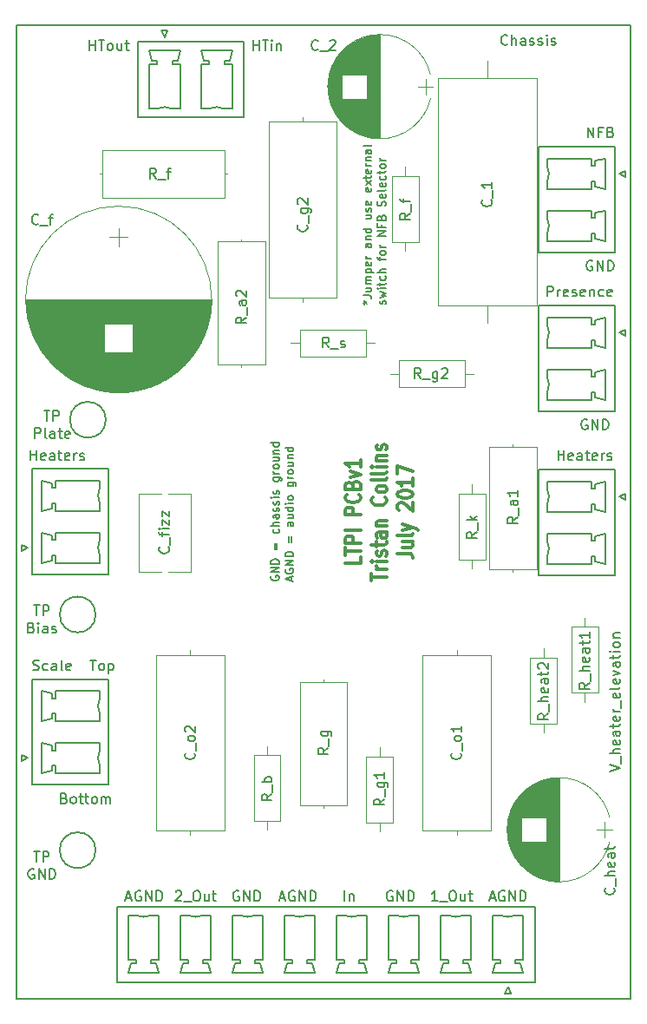
<source format=gbr>
%TF.GenerationSoftware,KiCad,Pcbnew,(5.1.5-0-10_14)*%
%TF.CreationDate,2020-09-13T21:17:04+01:00*%
%TF.ProjectId,PhasePCB,50686173-6550-4434-922e-6b696361645f,rev?*%
%TF.SameCoordinates,Original*%
%TF.FileFunction,Legend,Top*%
%TF.FilePolarity,Positive*%
%FSLAX46Y46*%
G04 Gerber Fmt 4.6, Leading zero omitted, Abs format (unit mm)*
G04 Created by KiCad (PCBNEW (5.1.5-0-10_14)) date 2020-09-13 21:17:04*
%MOMM*%
%LPD*%
G04 APERTURE LIST*
%ADD10C,0.200000*%
%ADD11C,0.150000*%
%ADD12C,0.300000*%
%ADD13C,0.120000*%
G04 APERTURE END LIST*
D10*
X230452380Y-130333333D02*
X231452380Y-130000000D01*
X230452380Y-129666666D01*
X231547619Y-129571428D02*
X231547619Y-128809523D01*
X231452380Y-128571428D02*
X230452380Y-128571428D01*
X231452380Y-128142857D02*
X230928571Y-128142857D01*
X230833333Y-128190476D01*
X230785714Y-128285714D01*
X230785714Y-128428571D01*
X230833333Y-128523809D01*
X230880952Y-128571428D01*
X231404761Y-127285714D02*
X231452380Y-127380952D01*
X231452380Y-127571428D01*
X231404761Y-127666666D01*
X231309523Y-127714285D01*
X230928571Y-127714285D01*
X230833333Y-127666666D01*
X230785714Y-127571428D01*
X230785714Y-127380952D01*
X230833333Y-127285714D01*
X230928571Y-127238095D01*
X231023809Y-127238095D01*
X231119047Y-127714285D01*
X231452380Y-126380952D02*
X230928571Y-126380952D01*
X230833333Y-126428571D01*
X230785714Y-126523809D01*
X230785714Y-126714285D01*
X230833333Y-126809523D01*
X231404761Y-126380952D02*
X231452380Y-126476190D01*
X231452380Y-126714285D01*
X231404761Y-126809523D01*
X231309523Y-126857142D01*
X231214285Y-126857142D01*
X231119047Y-126809523D01*
X231071428Y-126714285D01*
X231071428Y-126476190D01*
X231023809Y-126380952D01*
X230785714Y-126047619D02*
X230785714Y-125666666D01*
X230452380Y-125904761D02*
X231309523Y-125904761D01*
X231404761Y-125857142D01*
X231452380Y-125761904D01*
X231452380Y-125666666D01*
X231404761Y-124952380D02*
X231452380Y-125047619D01*
X231452380Y-125238095D01*
X231404761Y-125333333D01*
X231309523Y-125380952D01*
X230928571Y-125380952D01*
X230833333Y-125333333D01*
X230785714Y-125238095D01*
X230785714Y-125047619D01*
X230833333Y-124952380D01*
X230928571Y-124904761D01*
X231023809Y-124904761D01*
X231119047Y-125380952D01*
X231452380Y-124476190D02*
X230785714Y-124476190D01*
X230976190Y-124476190D02*
X230880952Y-124428571D01*
X230833333Y-124380952D01*
X230785714Y-124285714D01*
X230785714Y-124190476D01*
X231547619Y-124095238D02*
X231547619Y-123333333D01*
X231404761Y-122714285D02*
X231452380Y-122809523D01*
X231452380Y-123000000D01*
X231404761Y-123095238D01*
X231309523Y-123142857D01*
X230928571Y-123142857D01*
X230833333Y-123095238D01*
X230785714Y-123000000D01*
X230785714Y-122809523D01*
X230833333Y-122714285D01*
X230928571Y-122666666D01*
X231023809Y-122666666D01*
X231119047Y-123142857D01*
X231452380Y-122095238D02*
X231404761Y-122190476D01*
X231309523Y-122238095D01*
X230452380Y-122238095D01*
X231404761Y-121333333D02*
X231452380Y-121428571D01*
X231452380Y-121619047D01*
X231404761Y-121714285D01*
X231309523Y-121761904D01*
X230928571Y-121761904D01*
X230833333Y-121714285D01*
X230785714Y-121619047D01*
X230785714Y-121428571D01*
X230833333Y-121333333D01*
X230928571Y-121285714D01*
X231023809Y-121285714D01*
X231119047Y-121761904D01*
X230785714Y-120952380D02*
X231452380Y-120714285D01*
X230785714Y-120476190D01*
X231452380Y-119666666D02*
X230928571Y-119666666D01*
X230833333Y-119714285D01*
X230785714Y-119809523D01*
X230785714Y-120000000D01*
X230833333Y-120095238D01*
X231404761Y-119666666D02*
X231452380Y-119761904D01*
X231452380Y-120000000D01*
X231404761Y-120095238D01*
X231309523Y-120142857D01*
X231214285Y-120142857D01*
X231119047Y-120095238D01*
X231071428Y-120000000D01*
X231071428Y-119761904D01*
X231023809Y-119666666D01*
X230785714Y-119333333D02*
X230785714Y-118952380D01*
X230452380Y-119190476D02*
X231309523Y-119190476D01*
X231404761Y-119142857D01*
X231452380Y-119047619D01*
X231452380Y-118952380D01*
X231452380Y-118619047D02*
X230785714Y-118619047D01*
X230452380Y-118619047D02*
X230500000Y-118666666D01*
X230547619Y-118619047D01*
X230500000Y-118571428D01*
X230452380Y-118619047D01*
X230547619Y-118619047D01*
X231452380Y-118000000D02*
X231404761Y-118095238D01*
X231357142Y-118142857D01*
X231261904Y-118190476D01*
X230976190Y-118190476D01*
X230880952Y-118142857D01*
X230833333Y-118095238D01*
X230785714Y-118000000D01*
X230785714Y-117857142D01*
X230833333Y-117761904D01*
X230880952Y-117714285D01*
X230976190Y-117666666D01*
X231261904Y-117666666D01*
X231357142Y-117714285D01*
X231404761Y-117761904D01*
X231452380Y-117857142D01*
X231452380Y-118000000D01*
X230785714Y-117238095D02*
X231452380Y-117238095D01*
X230880952Y-117238095D02*
X230833333Y-117190476D01*
X230785714Y-117095238D01*
X230785714Y-116952380D01*
X230833333Y-116857142D01*
X230928571Y-116809523D01*
X231452380Y-116809523D01*
X230857142Y-141690476D02*
X230904761Y-141738095D01*
X230952380Y-141880952D01*
X230952380Y-141976190D01*
X230904761Y-142119047D01*
X230809523Y-142214285D01*
X230714285Y-142261904D01*
X230523809Y-142309523D01*
X230380952Y-142309523D01*
X230190476Y-142261904D01*
X230095238Y-142214285D01*
X230000000Y-142119047D01*
X229952380Y-141976190D01*
X229952380Y-141880952D01*
X230000000Y-141738095D01*
X230047619Y-141690476D01*
X231047619Y-141500000D02*
X231047619Y-140738095D01*
X230952380Y-140500000D02*
X229952380Y-140500000D01*
X230952380Y-140071428D02*
X230428571Y-140071428D01*
X230333333Y-140119047D01*
X230285714Y-140214285D01*
X230285714Y-140357142D01*
X230333333Y-140452380D01*
X230380952Y-140500000D01*
X230904761Y-139214285D02*
X230952380Y-139309523D01*
X230952380Y-139500000D01*
X230904761Y-139595238D01*
X230809523Y-139642857D01*
X230428571Y-139642857D01*
X230333333Y-139595238D01*
X230285714Y-139500000D01*
X230285714Y-139309523D01*
X230333333Y-139214285D01*
X230428571Y-139166666D01*
X230523809Y-139166666D01*
X230619047Y-139642857D01*
X230952380Y-138309523D02*
X230428571Y-138309523D01*
X230333333Y-138357142D01*
X230285714Y-138452380D01*
X230285714Y-138642857D01*
X230333333Y-138738095D01*
X230904761Y-138309523D02*
X230952380Y-138404761D01*
X230952380Y-138642857D01*
X230904761Y-138738095D01*
X230809523Y-138785714D01*
X230714285Y-138785714D01*
X230619047Y-138738095D01*
X230571428Y-138642857D01*
X230571428Y-138404761D01*
X230523809Y-138309523D01*
X230285714Y-137976190D02*
X230285714Y-137595238D01*
X229952380Y-137833333D02*
X230809523Y-137833333D01*
X230904761Y-137785714D01*
X230952380Y-137690476D01*
X230952380Y-137595238D01*
X228452380Y-121666666D02*
X227976190Y-122000000D01*
X228452380Y-122238095D02*
X227452380Y-122238095D01*
X227452380Y-121857142D01*
X227500000Y-121761904D01*
X227547619Y-121714285D01*
X227642857Y-121666666D01*
X227785714Y-121666666D01*
X227880952Y-121714285D01*
X227928571Y-121761904D01*
X227976190Y-121857142D01*
X227976190Y-122238095D01*
X228547619Y-121476190D02*
X228547619Y-120714285D01*
X228452380Y-120476190D02*
X227452380Y-120476190D01*
X228452380Y-120047619D02*
X227928571Y-120047619D01*
X227833333Y-120095238D01*
X227785714Y-120190476D01*
X227785714Y-120333333D01*
X227833333Y-120428571D01*
X227880952Y-120476190D01*
X228404761Y-119190476D02*
X228452380Y-119285714D01*
X228452380Y-119476190D01*
X228404761Y-119571428D01*
X228309523Y-119619047D01*
X227928571Y-119619047D01*
X227833333Y-119571428D01*
X227785714Y-119476190D01*
X227785714Y-119285714D01*
X227833333Y-119190476D01*
X227928571Y-119142857D01*
X228023809Y-119142857D01*
X228119047Y-119619047D01*
X228452380Y-118285714D02*
X227928571Y-118285714D01*
X227833333Y-118333333D01*
X227785714Y-118428571D01*
X227785714Y-118619047D01*
X227833333Y-118714285D01*
X228404761Y-118285714D02*
X228452380Y-118380952D01*
X228452380Y-118619047D01*
X228404761Y-118714285D01*
X228309523Y-118761904D01*
X228214285Y-118761904D01*
X228119047Y-118714285D01*
X228071428Y-118619047D01*
X228071428Y-118380952D01*
X228023809Y-118285714D01*
X227785714Y-117952380D02*
X227785714Y-117571428D01*
X227452380Y-117809523D02*
X228309523Y-117809523D01*
X228404761Y-117761904D01*
X228452380Y-117666666D01*
X228452380Y-117571428D01*
X228452380Y-116714285D02*
X228452380Y-117285714D01*
X228452380Y-117000000D02*
X227452380Y-117000000D01*
X227595238Y-117095238D01*
X227690476Y-117190476D01*
X227738095Y-117285714D01*
X224452380Y-124666666D02*
X223976190Y-125000000D01*
X224452380Y-125238095D02*
X223452380Y-125238095D01*
X223452380Y-124857142D01*
X223500000Y-124761904D01*
X223547619Y-124714285D01*
X223642857Y-124666666D01*
X223785714Y-124666666D01*
X223880952Y-124714285D01*
X223928571Y-124761904D01*
X223976190Y-124857142D01*
X223976190Y-125238095D01*
X224547619Y-124476190D02*
X224547619Y-123714285D01*
X224452380Y-123476190D02*
X223452380Y-123476190D01*
X224452380Y-123047619D02*
X223928571Y-123047619D01*
X223833333Y-123095238D01*
X223785714Y-123190476D01*
X223785714Y-123333333D01*
X223833333Y-123428571D01*
X223880952Y-123476190D01*
X224404761Y-122190476D02*
X224452380Y-122285714D01*
X224452380Y-122476190D01*
X224404761Y-122571428D01*
X224309523Y-122619047D01*
X223928571Y-122619047D01*
X223833333Y-122571428D01*
X223785714Y-122476190D01*
X223785714Y-122285714D01*
X223833333Y-122190476D01*
X223928571Y-122142857D01*
X224023809Y-122142857D01*
X224119047Y-122619047D01*
X224452380Y-121285714D02*
X223928571Y-121285714D01*
X223833333Y-121333333D01*
X223785714Y-121428571D01*
X223785714Y-121619047D01*
X223833333Y-121714285D01*
X224404761Y-121285714D02*
X224452380Y-121380952D01*
X224452380Y-121619047D01*
X224404761Y-121714285D01*
X224309523Y-121761904D01*
X224214285Y-121761904D01*
X224119047Y-121714285D01*
X224071428Y-121619047D01*
X224071428Y-121380952D01*
X224023809Y-121285714D01*
X223785714Y-120952380D02*
X223785714Y-120571428D01*
X223452380Y-120809523D02*
X224309523Y-120809523D01*
X224404761Y-120761904D01*
X224452380Y-120666666D01*
X224452380Y-120571428D01*
X223547619Y-120285714D02*
X223500000Y-120238095D01*
X223452380Y-120142857D01*
X223452380Y-119904761D01*
X223500000Y-119809523D01*
X223547619Y-119761904D01*
X223642857Y-119714285D01*
X223738095Y-119714285D01*
X223880952Y-119761904D01*
X224452380Y-120333333D01*
X224452380Y-119714285D01*
X206361904Y-84565238D02*
X206552380Y-84565238D01*
X206476190Y-84755714D02*
X206552380Y-84565238D01*
X206476190Y-84374761D01*
X206704761Y-84679523D02*
X206552380Y-84565238D01*
X206704761Y-84450952D01*
X206361904Y-83841428D02*
X206933333Y-83841428D01*
X207047619Y-83879523D01*
X207123809Y-83955714D01*
X207161904Y-84070000D01*
X207161904Y-84146190D01*
X206628571Y-83117619D02*
X207161904Y-83117619D01*
X206628571Y-83460476D02*
X207047619Y-83460476D01*
X207123809Y-83422380D01*
X207161904Y-83346190D01*
X207161904Y-83231904D01*
X207123809Y-83155714D01*
X207085714Y-83117619D01*
X207161904Y-82736666D02*
X206628571Y-82736666D01*
X206704761Y-82736666D02*
X206666666Y-82698571D01*
X206628571Y-82622380D01*
X206628571Y-82508095D01*
X206666666Y-82431904D01*
X206742857Y-82393809D01*
X207161904Y-82393809D01*
X206742857Y-82393809D02*
X206666666Y-82355714D01*
X206628571Y-82279523D01*
X206628571Y-82165238D01*
X206666666Y-82089047D01*
X206742857Y-82050952D01*
X207161904Y-82050952D01*
X206628571Y-81670000D02*
X207428571Y-81670000D01*
X206666666Y-81670000D02*
X206628571Y-81593809D01*
X206628571Y-81441428D01*
X206666666Y-81365238D01*
X206704761Y-81327142D01*
X206780952Y-81289047D01*
X207009523Y-81289047D01*
X207085714Y-81327142D01*
X207123809Y-81365238D01*
X207161904Y-81441428D01*
X207161904Y-81593809D01*
X207123809Y-81670000D01*
X207123809Y-80641428D02*
X207161904Y-80717619D01*
X207161904Y-80870000D01*
X207123809Y-80946190D01*
X207047619Y-80984285D01*
X206742857Y-80984285D01*
X206666666Y-80946190D01*
X206628571Y-80870000D01*
X206628571Y-80717619D01*
X206666666Y-80641428D01*
X206742857Y-80603333D01*
X206819047Y-80603333D01*
X206895238Y-80984285D01*
X207161904Y-80260476D02*
X206628571Y-80260476D01*
X206780952Y-80260476D02*
X206704761Y-80222380D01*
X206666666Y-80184285D01*
X206628571Y-80108095D01*
X206628571Y-80031904D01*
X207161904Y-78812857D02*
X206742857Y-78812857D01*
X206666666Y-78850952D01*
X206628571Y-78927142D01*
X206628571Y-79079523D01*
X206666666Y-79155714D01*
X207123809Y-78812857D02*
X207161904Y-78889047D01*
X207161904Y-79079523D01*
X207123809Y-79155714D01*
X207047619Y-79193809D01*
X206971428Y-79193809D01*
X206895238Y-79155714D01*
X206857142Y-79079523D01*
X206857142Y-78889047D01*
X206819047Y-78812857D01*
X206628571Y-78431904D02*
X207161904Y-78431904D01*
X206704761Y-78431904D02*
X206666666Y-78393809D01*
X206628571Y-78317619D01*
X206628571Y-78203333D01*
X206666666Y-78127142D01*
X206742857Y-78089047D01*
X207161904Y-78089047D01*
X207161904Y-77365238D02*
X206361904Y-77365238D01*
X207123809Y-77365238D02*
X207161904Y-77441428D01*
X207161904Y-77593809D01*
X207123809Y-77670000D01*
X207085714Y-77708095D01*
X207009523Y-77746190D01*
X206780952Y-77746190D01*
X206704761Y-77708095D01*
X206666666Y-77670000D01*
X206628571Y-77593809D01*
X206628571Y-77441428D01*
X206666666Y-77365238D01*
X206628571Y-76031904D02*
X207161904Y-76031904D01*
X206628571Y-76374761D02*
X207047619Y-76374761D01*
X207123809Y-76336666D01*
X207161904Y-76260476D01*
X207161904Y-76146190D01*
X207123809Y-76070000D01*
X207085714Y-76031904D01*
X207123809Y-75689047D02*
X207161904Y-75612857D01*
X207161904Y-75460476D01*
X207123809Y-75384285D01*
X207047619Y-75346190D01*
X207009523Y-75346190D01*
X206933333Y-75384285D01*
X206895238Y-75460476D01*
X206895238Y-75574761D01*
X206857142Y-75650952D01*
X206780952Y-75689047D01*
X206742857Y-75689047D01*
X206666666Y-75650952D01*
X206628571Y-75574761D01*
X206628571Y-75460476D01*
X206666666Y-75384285D01*
X207123809Y-74698571D02*
X207161904Y-74774761D01*
X207161904Y-74927142D01*
X207123809Y-75003333D01*
X207047619Y-75041428D01*
X206742857Y-75041428D01*
X206666666Y-75003333D01*
X206628571Y-74927142D01*
X206628571Y-74774761D01*
X206666666Y-74698571D01*
X206742857Y-74660476D01*
X206819047Y-74660476D01*
X206895238Y-75041428D01*
X207123809Y-73403333D02*
X207161904Y-73479523D01*
X207161904Y-73631904D01*
X207123809Y-73708095D01*
X207047619Y-73746190D01*
X206742857Y-73746190D01*
X206666666Y-73708095D01*
X206628571Y-73631904D01*
X206628571Y-73479523D01*
X206666666Y-73403333D01*
X206742857Y-73365238D01*
X206819047Y-73365238D01*
X206895238Y-73746190D01*
X207161904Y-73098571D02*
X206628571Y-72679523D01*
X206628571Y-73098571D02*
X207161904Y-72679523D01*
X206628571Y-72489047D02*
X206628571Y-72184285D01*
X206361904Y-72374761D02*
X207047619Y-72374761D01*
X207123809Y-72336666D01*
X207161904Y-72260476D01*
X207161904Y-72184285D01*
X207123809Y-71612857D02*
X207161904Y-71689047D01*
X207161904Y-71841428D01*
X207123809Y-71917619D01*
X207047619Y-71955714D01*
X206742857Y-71955714D01*
X206666666Y-71917619D01*
X206628571Y-71841428D01*
X206628571Y-71689047D01*
X206666666Y-71612857D01*
X206742857Y-71574761D01*
X206819047Y-71574761D01*
X206895238Y-71955714D01*
X207161904Y-71231904D02*
X206628571Y-71231904D01*
X206780952Y-71231904D02*
X206704761Y-71193809D01*
X206666666Y-71155714D01*
X206628571Y-71079523D01*
X206628571Y-71003333D01*
X206628571Y-70736666D02*
X207161904Y-70736666D01*
X206704761Y-70736666D02*
X206666666Y-70698571D01*
X206628571Y-70622380D01*
X206628571Y-70508095D01*
X206666666Y-70431904D01*
X206742857Y-70393809D01*
X207161904Y-70393809D01*
X207161904Y-69670000D02*
X206742857Y-69670000D01*
X206666666Y-69708095D01*
X206628571Y-69784285D01*
X206628571Y-69936666D01*
X206666666Y-70012857D01*
X207123809Y-69670000D02*
X207161904Y-69746190D01*
X207161904Y-69936666D01*
X207123809Y-70012857D01*
X207047619Y-70050952D01*
X206971428Y-70050952D01*
X206895238Y-70012857D01*
X206857142Y-69936666D01*
X206857142Y-69746190D01*
X206819047Y-69670000D01*
X207161904Y-69174761D02*
X207123809Y-69250952D01*
X207047619Y-69289047D01*
X206361904Y-69289047D01*
X208523809Y-84717619D02*
X208561904Y-84641428D01*
X208561904Y-84489047D01*
X208523809Y-84412857D01*
X208447619Y-84374761D01*
X208409523Y-84374761D01*
X208333333Y-84412857D01*
X208295238Y-84489047D01*
X208295238Y-84603333D01*
X208257142Y-84679523D01*
X208180952Y-84717619D01*
X208142857Y-84717619D01*
X208066666Y-84679523D01*
X208028571Y-84603333D01*
X208028571Y-84489047D01*
X208066666Y-84412857D01*
X208028571Y-84108095D02*
X208561904Y-83955714D01*
X208180952Y-83803333D01*
X208561904Y-83650952D01*
X208028571Y-83498571D01*
X208561904Y-83193809D02*
X208028571Y-83193809D01*
X207761904Y-83193809D02*
X207800000Y-83231904D01*
X207838095Y-83193809D01*
X207800000Y-83155714D01*
X207761904Y-83193809D01*
X207838095Y-83193809D01*
X208028571Y-82927142D02*
X208028571Y-82622380D01*
X207761904Y-82812857D02*
X208447619Y-82812857D01*
X208523809Y-82774761D01*
X208561904Y-82698571D01*
X208561904Y-82622380D01*
X208523809Y-82012857D02*
X208561904Y-82089047D01*
X208561904Y-82241428D01*
X208523809Y-82317619D01*
X208485714Y-82355714D01*
X208409523Y-82393809D01*
X208180952Y-82393809D01*
X208104761Y-82355714D01*
X208066666Y-82317619D01*
X208028571Y-82241428D01*
X208028571Y-82089047D01*
X208066666Y-82012857D01*
X208561904Y-81670000D02*
X207761904Y-81670000D01*
X208561904Y-81327142D02*
X208142857Y-81327142D01*
X208066666Y-81365238D01*
X208028571Y-81441428D01*
X208028571Y-81555714D01*
X208066666Y-81631904D01*
X208104761Y-81670000D01*
X208028571Y-80450952D02*
X208028571Y-80146190D01*
X208561904Y-80336666D02*
X207876190Y-80336666D01*
X207800000Y-80298571D01*
X207761904Y-80222380D01*
X207761904Y-80146190D01*
X208561904Y-79765238D02*
X208523809Y-79841428D01*
X208485714Y-79879523D01*
X208409523Y-79917619D01*
X208180952Y-79917619D01*
X208104761Y-79879523D01*
X208066666Y-79841428D01*
X208028571Y-79765238D01*
X208028571Y-79650952D01*
X208066666Y-79574761D01*
X208104761Y-79536666D01*
X208180952Y-79498571D01*
X208409523Y-79498571D01*
X208485714Y-79536666D01*
X208523809Y-79574761D01*
X208561904Y-79650952D01*
X208561904Y-79765238D01*
X208561904Y-79155714D02*
X208028571Y-79155714D01*
X208180952Y-79155714D02*
X208104761Y-79117619D01*
X208066666Y-79079523D01*
X208028571Y-79003333D01*
X208028571Y-78927142D01*
X208561904Y-78050952D02*
X207761904Y-78050952D01*
X208561904Y-77593809D01*
X207761904Y-77593809D01*
X208142857Y-76946190D02*
X208142857Y-77212857D01*
X208561904Y-77212857D02*
X207761904Y-77212857D01*
X207761904Y-76831904D01*
X208142857Y-76260476D02*
X208180952Y-76146190D01*
X208219047Y-76108095D01*
X208295238Y-76070000D01*
X208409523Y-76070000D01*
X208485714Y-76108095D01*
X208523809Y-76146190D01*
X208561904Y-76222380D01*
X208561904Y-76527142D01*
X207761904Y-76527142D01*
X207761904Y-76260476D01*
X207800000Y-76184285D01*
X207838095Y-76146190D01*
X207914285Y-76108095D01*
X207990476Y-76108095D01*
X208066666Y-76146190D01*
X208104761Y-76184285D01*
X208142857Y-76260476D01*
X208142857Y-76527142D01*
X208523809Y-75155714D02*
X208561904Y-75041428D01*
X208561904Y-74850952D01*
X208523809Y-74774761D01*
X208485714Y-74736666D01*
X208409523Y-74698571D01*
X208333333Y-74698571D01*
X208257142Y-74736666D01*
X208219047Y-74774761D01*
X208180952Y-74850952D01*
X208142857Y-75003333D01*
X208104761Y-75079523D01*
X208066666Y-75117619D01*
X207990476Y-75155714D01*
X207914285Y-75155714D01*
X207838095Y-75117619D01*
X207800000Y-75079523D01*
X207761904Y-75003333D01*
X207761904Y-74812857D01*
X207800000Y-74698571D01*
X208523809Y-74050952D02*
X208561904Y-74127142D01*
X208561904Y-74279523D01*
X208523809Y-74355714D01*
X208447619Y-74393809D01*
X208142857Y-74393809D01*
X208066666Y-74355714D01*
X208028571Y-74279523D01*
X208028571Y-74127142D01*
X208066666Y-74050952D01*
X208142857Y-74012857D01*
X208219047Y-74012857D01*
X208295238Y-74393809D01*
X208561904Y-73555714D02*
X208523809Y-73631904D01*
X208447619Y-73670000D01*
X207761904Y-73670000D01*
X208523809Y-72946190D02*
X208561904Y-73022380D01*
X208561904Y-73174761D01*
X208523809Y-73250952D01*
X208447619Y-73289047D01*
X208142857Y-73289047D01*
X208066666Y-73250952D01*
X208028571Y-73174761D01*
X208028571Y-73022380D01*
X208066666Y-72946190D01*
X208142857Y-72908095D01*
X208219047Y-72908095D01*
X208295238Y-73289047D01*
X208523809Y-72222380D02*
X208561904Y-72298571D01*
X208561904Y-72450952D01*
X208523809Y-72527142D01*
X208485714Y-72565238D01*
X208409523Y-72603333D01*
X208180952Y-72603333D01*
X208104761Y-72565238D01*
X208066666Y-72527142D01*
X208028571Y-72450952D01*
X208028571Y-72298571D01*
X208066666Y-72222380D01*
X208028571Y-71993809D02*
X208028571Y-71689047D01*
X207761904Y-71879523D02*
X208447619Y-71879523D01*
X208523809Y-71841428D01*
X208561904Y-71765238D01*
X208561904Y-71689047D01*
X208561904Y-71308095D02*
X208523809Y-71384285D01*
X208485714Y-71422380D01*
X208409523Y-71460476D01*
X208180952Y-71460476D01*
X208104761Y-71422380D01*
X208066666Y-71384285D01*
X208028571Y-71308095D01*
X208028571Y-71193809D01*
X208066666Y-71117619D01*
X208104761Y-71079523D01*
X208180952Y-71041428D01*
X208409523Y-71041428D01*
X208485714Y-71079523D01*
X208523809Y-71117619D01*
X208561904Y-71193809D01*
X208561904Y-71308095D01*
X208561904Y-70698571D02*
X208028571Y-70698571D01*
X208180952Y-70698571D02*
X208104761Y-70660476D01*
X208066666Y-70622380D01*
X208028571Y-70546190D01*
X208028571Y-70470000D01*
D11*
X232500000Y-57500000D02*
X172500000Y-57500000D01*
X232500000Y-152500000D02*
X232500000Y-57500000D01*
X172500000Y-152500000D02*
X232500000Y-152500000D01*
X172500000Y-57500000D02*
X172500000Y-152500000D01*
D10*
X177201428Y-132928571D02*
X177344285Y-132976190D01*
X177391904Y-133023809D01*
X177439523Y-133119047D01*
X177439523Y-133261904D01*
X177391904Y-133357142D01*
X177344285Y-133404761D01*
X177249047Y-133452380D01*
X176868095Y-133452380D01*
X176868095Y-132452380D01*
X177201428Y-132452380D01*
X177296666Y-132500000D01*
X177344285Y-132547619D01*
X177391904Y-132642857D01*
X177391904Y-132738095D01*
X177344285Y-132833333D01*
X177296666Y-132880952D01*
X177201428Y-132928571D01*
X176868095Y-132928571D01*
X178010952Y-133452380D02*
X177915714Y-133404761D01*
X177868095Y-133357142D01*
X177820476Y-133261904D01*
X177820476Y-132976190D01*
X177868095Y-132880952D01*
X177915714Y-132833333D01*
X178010952Y-132785714D01*
X178153809Y-132785714D01*
X178249047Y-132833333D01*
X178296666Y-132880952D01*
X178344285Y-132976190D01*
X178344285Y-133261904D01*
X178296666Y-133357142D01*
X178249047Y-133404761D01*
X178153809Y-133452380D01*
X178010952Y-133452380D01*
X178630000Y-132785714D02*
X179010952Y-132785714D01*
X178772857Y-132452380D02*
X178772857Y-133309523D01*
X178820476Y-133404761D01*
X178915714Y-133452380D01*
X179010952Y-133452380D01*
X179201428Y-132785714D02*
X179582380Y-132785714D01*
X179344285Y-132452380D02*
X179344285Y-133309523D01*
X179391904Y-133404761D01*
X179487142Y-133452380D01*
X179582380Y-133452380D01*
X180058571Y-133452380D02*
X179963333Y-133404761D01*
X179915714Y-133357142D01*
X179868095Y-133261904D01*
X179868095Y-132976190D01*
X179915714Y-132880952D01*
X179963333Y-132833333D01*
X180058571Y-132785714D01*
X180201428Y-132785714D01*
X180296666Y-132833333D01*
X180344285Y-132880952D01*
X180391904Y-132976190D01*
X180391904Y-133261904D01*
X180344285Y-133357142D01*
X180296666Y-133404761D01*
X180201428Y-133452380D01*
X180058571Y-133452380D01*
X180820476Y-133452380D02*
X180820476Y-132785714D01*
X180820476Y-132880952D02*
X180868095Y-132833333D01*
X180963333Y-132785714D01*
X181106190Y-132785714D01*
X181201428Y-132833333D01*
X181249047Y-132928571D01*
X181249047Y-133452380D01*
X181249047Y-132928571D02*
X181296666Y-132833333D01*
X181391904Y-132785714D01*
X181534761Y-132785714D01*
X181630000Y-132833333D01*
X181677619Y-132928571D01*
X181677619Y-133452380D01*
X179725238Y-119452380D02*
X180296666Y-119452380D01*
X180010952Y-120452380D02*
X180010952Y-119452380D01*
X180772857Y-120452380D02*
X180677619Y-120404761D01*
X180630000Y-120357142D01*
X180582380Y-120261904D01*
X180582380Y-119976190D01*
X180630000Y-119880952D01*
X180677619Y-119833333D01*
X180772857Y-119785714D01*
X180915714Y-119785714D01*
X181010952Y-119833333D01*
X181058571Y-119880952D01*
X181106190Y-119976190D01*
X181106190Y-120261904D01*
X181058571Y-120357142D01*
X181010952Y-120404761D01*
X180915714Y-120452380D01*
X180772857Y-120452380D01*
X181534761Y-119785714D02*
X181534761Y-120785714D01*
X181534761Y-119833333D02*
X181630000Y-119785714D01*
X181820476Y-119785714D01*
X181915714Y-119833333D01*
X181963333Y-119880952D01*
X182010952Y-119976190D01*
X182010952Y-120261904D01*
X181963333Y-120357142D01*
X181915714Y-120404761D01*
X181820476Y-120452380D01*
X181630000Y-120452380D01*
X181534761Y-120404761D01*
X200857142Y-77000000D02*
X200904761Y-77047619D01*
X200952380Y-77190476D01*
X200952380Y-77285714D01*
X200904761Y-77428571D01*
X200809523Y-77523809D01*
X200714285Y-77571428D01*
X200523809Y-77619047D01*
X200380952Y-77619047D01*
X200190476Y-77571428D01*
X200095238Y-77523809D01*
X200000000Y-77428571D01*
X199952380Y-77285714D01*
X199952380Y-77190476D01*
X200000000Y-77047619D01*
X200047619Y-77000000D01*
X201047619Y-76809523D02*
X201047619Y-76047619D01*
X200285714Y-75380952D02*
X201095238Y-75380952D01*
X201190476Y-75428571D01*
X201238095Y-75476190D01*
X201285714Y-75571428D01*
X201285714Y-75714285D01*
X201238095Y-75809523D01*
X200904761Y-75380952D02*
X200952380Y-75476190D01*
X200952380Y-75666666D01*
X200904761Y-75761904D01*
X200857142Y-75809523D01*
X200761904Y-75857142D01*
X200476190Y-75857142D01*
X200380952Y-75809523D01*
X200333333Y-75761904D01*
X200285714Y-75666666D01*
X200285714Y-75476190D01*
X200333333Y-75380952D01*
X200047619Y-74952380D02*
X200000000Y-74904761D01*
X199952380Y-74809523D01*
X199952380Y-74571428D01*
X200000000Y-74476190D01*
X200047619Y-74428571D01*
X200142857Y-74380952D01*
X200238095Y-74380952D01*
X200380952Y-74428571D01*
X200952380Y-75000000D01*
X200952380Y-74380952D01*
X218857142Y-74547619D02*
X218904761Y-74595238D01*
X218952380Y-74738095D01*
X218952380Y-74833333D01*
X218904761Y-74976190D01*
X218809523Y-75071428D01*
X218714285Y-75119047D01*
X218523809Y-75166666D01*
X218380952Y-75166666D01*
X218190476Y-75119047D01*
X218095238Y-75071428D01*
X218000000Y-74976190D01*
X217952380Y-74833333D01*
X217952380Y-74738095D01*
X218000000Y-74595238D01*
X218047619Y-74547619D01*
X219047619Y-74357142D02*
X219047619Y-73595238D01*
X218952380Y-72833333D02*
X218952380Y-73404761D01*
X218952380Y-73119047D02*
X217952380Y-73119047D01*
X218095238Y-73214285D01*
X218190476Y-73309523D01*
X218238095Y-73404761D01*
X197452380Y-132523809D02*
X196976190Y-132857142D01*
X197452380Y-133095238D02*
X196452380Y-133095238D01*
X196452380Y-132714285D01*
X196500000Y-132619047D01*
X196547619Y-132571428D01*
X196642857Y-132523809D01*
X196785714Y-132523809D01*
X196880952Y-132571428D01*
X196928571Y-132619047D01*
X196976190Y-132714285D01*
X196976190Y-133095238D01*
X197547619Y-132333333D02*
X197547619Y-131571428D01*
X197452380Y-131333333D02*
X196452380Y-131333333D01*
X196833333Y-131333333D02*
X196785714Y-131238095D01*
X196785714Y-131047619D01*
X196833333Y-130952380D01*
X196880952Y-130904761D01*
X196976190Y-130857142D01*
X197261904Y-130857142D01*
X197357142Y-130904761D01*
X197404761Y-130952380D01*
X197452380Y-131047619D01*
X197452380Y-131238095D01*
X197404761Y-131333333D01*
X208452380Y-133000000D02*
X207976190Y-133333333D01*
X208452380Y-133571428D02*
X207452380Y-133571428D01*
X207452380Y-133190476D01*
X207500000Y-133095238D01*
X207547619Y-133047619D01*
X207642857Y-133000000D01*
X207785714Y-133000000D01*
X207880952Y-133047619D01*
X207928571Y-133095238D01*
X207976190Y-133190476D01*
X207976190Y-133571428D01*
X208547619Y-132809523D02*
X208547619Y-132047619D01*
X207785714Y-131380952D02*
X208595238Y-131380952D01*
X208690476Y-131428571D01*
X208738095Y-131476190D01*
X208785714Y-131571428D01*
X208785714Y-131714285D01*
X208738095Y-131809523D01*
X208404761Y-131380952D02*
X208452380Y-131476190D01*
X208452380Y-131666666D01*
X208404761Y-131761904D01*
X208357142Y-131809523D01*
X208261904Y-131857142D01*
X207976190Y-131857142D01*
X207880952Y-131809523D01*
X207833333Y-131761904D01*
X207785714Y-131666666D01*
X207785714Y-131476190D01*
X207833333Y-131380952D01*
X208452380Y-130380952D02*
X208452380Y-130952380D01*
X208452380Y-130666666D02*
X207452380Y-130666666D01*
X207595238Y-130761904D01*
X207690476Y-130857142D01*
X207738095Y-130952380D01*
X221452380Y-105500000D02*
X220976190Y-105833333D01*
X221452380Y-106071428D02*
X220452380Y-106071428D01*
X220452380Y-105690476D01*
X220500000Y-105595238D01*
X220547619Y-105547619D01*
X220642857Y-105500000D01*
X220785714Y-105500000D01*
X220880952Y-105547619D01*
X220928571Y-105595238D01*
X220976190Y-105690476D01*
X220976190Y-106071428D01*
X221547619Y-105309523D02*
X221547619Y-104547619D01*
X221452380Y-103880952D02*
X220928571Y-103880952D01*
X220833333Y-103928571D01*
X220785714Y-104023809D01*
X220785714Y-104214285D01*
X220833333Y-104309523D01*
X221404761Y-103880952D02*
X221452380Y-103976190D01*
X221452380Y-104214285D01*
X221404761Y-104309523D01*
X221309523Y-104357142D01*
X221214285Y-104357142D01*
X221119047Y-104309523D01*
X221071428Y-104214285D01*
X221071428Y-103976190D01*
X221023809Y-103880952D01*
X221452380Y-102880952D02*
X221452380Y-103452380D01*
X221452380Y-103166666D02*
X220452380Y-103166666D01*
X220595238Y-103261904D01*
X220690476Y-103357142D01*
X220738095Y-103452380D01*
X228238095Y-96000000D02*
X228142857Y-95952380D01*
X228000000Y-95952380D01*
X227857142Y-96000000D01*
X227761904Y-96095238D01*
X227714285Y-96190476D01*
X227666666Y-96380952D01*
X227666666Y-96523809D01*
X227714285Y-96714285D01*
X227761904Y-96809523D01*
X227857142Y-96904761D01*
X228000000Y-96952380D01*
X228095238Y-96952380D01*
X228238095Y-96904761D01*
X228285714Y-96857142D01*
X228285714Y-96523809D01*
X228095238Y-96523809D01*
X228714285Y-96952380D02*
X228714285Y-95952380D01*
X229285714Y-96952380D01*
X229285714Y-95952380D01*
X229761904Y-96952380D02*
X229761904Y-95952380D01*
X230000000Y-95952380D01*
X230142857Y-96000000D01*
X230238095Y-96095238D01*
X230285714Y-96190476D01*
X230333333Y-96380952D01*
X230333333Y-96523809D01*
X230285714Y-96714285D01*
X230238095Y-96809523D01*
X230142857Y-96904761D01*
X230000000Y-96952380D01*
X229761904Y-96952380D01*
X174214285Y-114102380D02*
X174785714Y-114102380D01*
X174500000Y-115102380D02*
X174500000Y-114102380D01*
X175119047Y-115102380D02*
X175119047Y-114102380D01*
X175500000Y-114102380D01*
X175595238Y-114150000D01*
X175642857Y-114197619D01*
X175690476Y-114292857D01*
X175690476Y-114435714D01*
X175642857Y-114530952D01*
X175595238Y-114578571D01*
X175500000Y-114626190D01*
X175119047Y-114626190D01*
X173976190Y-116278571D02*
X174119047Y-116326190D01*
X174166666Y-116373809D01*
X174214285Y-116469047D01*
X174214285Y-116611904D01*
X174166666Y-116707142D01*
X174119047Y-116754761D01*
X174023809Y-116802380D01*
X173642857Y-116802380D01*
X173642857Y-115802380D01*
X173976190Y-115802380D01*
X174071428Y-115850000D01*
X174119047Y-115897619D01*
X174166666Y-115992857D01*
X174166666Y-116088095D01*
X174119047Y-116183333D01*
X174071428Y-116230952D01*
X173976190Y-116278571D01*
X173642857Y-116278571D01*
X174642857Y-116802380D02*
X174642857Y-116135714D01*
X174642857Y-115802380D02*
X174595238Y-115850000D01*
X174642857Y-115897619D01*
X174690476Y-115850000D01*
X174642857Y-115802380D01*
X174642857Y-115897619D01*
X175547619Y-116802380D02*
X175547619Y-116278571D01*
X175500000Y-116183333D01*
X175404761Y-116135714D01*
X175214285Y-116135714D01*
X175119047Y-116183333D01*
X175547619Y-116754761D02*
X175452380Y-116802380D01*
X175214285Y-116802380D01*
X175119047Y-116754761D01*
X175071428Y-116659523D01*
X175071428Y-116564285D01*
X175119047Y-116469047D01*
X175214285Y-116421428D01*
X175452380Y-116421428D01*
X175547619Y-116373809D01*
X175976190Y-116754761D02*
X176071428Y-116802380D01*
X176261904Y-116802380D01*
X176357142Y-116754761D01*
X176404761Y-116659523D01*
X176404761Y-116611904D01*
X176357142Y-116516666D01*
X176261904Y-116469047D01*
X176119047Y-116469047D01*
X176023809Y-116421428D01*
X175976190Y-116326190D01*
X175976190Y-116278571D01*
X176023809Y-116183333D01*
X176119047Y-116135714D01*
X176261904Y-116135714D01*
X176357142Y-116183333D01*
X218738095Y-142666666D02*
X219214285Y-142666666D01*
X218642857Y-142952380D02*
X218976190Y-141952380D01*
X219309523Y-142952380D01*
X220166666Y-142000000D02*
X220071428Y-141952380D01*
X219928571Y-141952380D01*
X219785714Y-142000000D01*
X219690476Y-142095238D01*
X219642857Y-142190476D01*
X219595238Y-142380952D01*
X219595238Y-142523809D01*
X219642857Y-142714285D01*
X219690476Y-142809523D01*
X219785714Y-142904761D01*
X219928571Y-142952380D01*
X220023809Y-142952380D01*
X220166666Y-142904761D01*
X220214285Y-142857142D01*
X220214285Y-142523809D01*
X220023809Y-142523809D01*
X220642857Y-142952380D02*
X220642857Y-141952380D01*
X221214285Y-142952380D01*
X221214285Y-141952380D01*
X221690476Y-142952380D02*
X221690476Y-141952380D01*
X221928571Y-141952380D01*
X222071428Y-142000000D01*
X222166666Y-142095238D01*
X222214285Y-142190476D01*
X222261904Y-142380952D01*
X222261904Y-142523809D01*
X222214285Y-142714285D01*
X222166666Y-142809523D01*
X222071428Y-142904761D01*
X221928571Y-142952380D01*
X221690476Y-142952380D01*
X175214285Y-95102380D02*
X175785714Y-95102380D01*
X175500000Y-96102380D02*
X175500000Y-95102380D01*
X176119047Y-96102380D02*
X176119047Y-95102380D01*
X176500000Y-95102380D01*
X176595238Y-95150000D01*
X176642857Y-95197619D01*
X176690476Y-95292857D01*
X176690476Y-95435714D01*
X176642857Y-95530952D01*
X176595238Y-95578571D01*
X176500000Y-95626190D01*
X176119047Y-95626190D01*
X174309523Y-97802380D02*
X174309523Y-96802380D01*
X174690476Y-96802380D01*
X174785714Y-96850000D01*
X174833333Y-96897619D01*
X174880952Y-96992857D01*
X174880952Y-97135714D01*
X174833333Y-97230952D01*
X174785714Y-97278571D01*
X174690476Y-97326190D01*
X174309523Y-97326190D01*
X175452380Y-97802380D02*
X175357142Y-97754761D01*
X175309523Y-97659523D01*
X175309523Y-96802380D01*
X176261904Y-97802380D02*
X176261904Y-97278571D01*
X176214285Y-97183333D01*
X176119047Y-97135714D01*
X175928571Y-97135714D01*
X175833333Y-97183333D01*
X176261904Y-97754761D02*
X176166666Y-97802380D01*
X175928571Y-97802380D01*
X175833333Y-97754761D01*
X175785714Y-97659523D01*
X175785714Y-97564285D01*
X175833333Y-97469047D01*
X175928571Y-97421428D01*
X176166666Y-97421428D01*
X176261904Y-97373809D01*
X176595238Y-97135714D02*
X176976190Y-97135714D01*
X176738095Y-96802380D02*
X176738095Y-97659523D01*
X176785714Y-97754761D01*
X176880952Y-97802380D01*
X176976190Y-97802380D01*
X177690476Y-97754761D02*
X177595238Y-97802380D01*
X177404761Y-97802380D01*
X177309523Y-97754761D01*
X177261904Y-97659523D01*
X177261904Y-97278571D01*
X177309523Y-97183333D01*
X177404761Y-97135714D01*
X177595238Y-97135714D01*
X177690476Y-97183333D01*
X177738095Y-97278571D01*
X177738095Y-97373809D01*
X177261904Y-97469047D01*
X228738095Y-80500000D02*
X228642857Y-80452380D01*
X228500000Y-80452380D01*
X228357142Y-80500000D01*
X228261904Y-80595238D01*
X228214285Y-80690476D01*
X228166666Y-80880952D01*
X228166666Y-81023809D01*
X228214285Y-81214285D01*
X228261904Y-81309523D01*
X228357142Y-81404761D01*
X228500000Y-81452380D01*
X228595238Y-81452380D01*
X228738095Y-81404761D01*
X228785714Y-81357142D01*
X228785714Y-81023809D01*
X228595238Y-81023809D01*
X229214285Y-81452380D02*
X229214285Y-80452380D01*
X229785714Y-81452380D01*
X229785714Y-80452380D01*
X230261904Y-81452380D02*
X230261904Y-80452380D01*
X230500000Y-80452380D01*
X230642857Y-80500000D01*
X230738095Y-80595238D01*
X230785714Y-80690476D01*
X230833333Y-80880952D01*
X230833333Y-81023809D01*
X230785714Y-81214285D01*
X230738095Y-81309523D01*
X230642857Y-81404761D01*
X230500000Y-81452380D01*
X230261904Y-81452380D01*
X195642857Y-59952380D02*
X195642857Y-58952380D01*
X195642857Y-59428571D02*
X196214285Y-59428571D01*
X196214285Y-59952380D02*
X196214285Y-58952380D01*
X196547619Y-58952380D02*
X197119047Y-58952380D01*
X196833333Y-59952380D02*
X196833333Y-58952380D01*
X197452380Y-59952380D02*
X197452380Y-59285714D01*
X197452380Y-58952380D02*
X197404761Y-59000000D01*
X197452380Y-59047619D01*
X197500000Y-59000000D01*
X197452380Y-58952380D01*
X197452380Y-59047619D01*
X197928571Y-59285714D02*
X197928571Y-59952380D01*
X197928571Y-59380952D02*
X197976190Y-59333333D01*
X198071428Y-59285714D01*
X198214285Y-59285714D01*
X198309523Y-59333333D01*
X198357142Y-59428571D01*
X198357142Y-59952380D01*
X197400000Y-111260476D02*
X197361904Y-111336666D01*
X197361904Y-111450952D01*
X197400000Y-111565238D01*
X197476190Y-111641428D01*
X197552380Y-111679523D01*
X197704761Y-111717619D01*
X197819047Y-111717619D01*
X197971428Y-111679523D01*
X198047619Y-111641428D01*
X198123809Y-111565238D01*
X198161904Y-111450952D01*
X198161904Y-111374761D01*
X198123809Y-111260476D01*
X198085714Y-111222380D01*
X197819047Y-111222380D01*
X197819047Y-111374761D01*
X198161904Y-110879523D02*
X197361904Y-110879523D01*
X198161904Y-110422380D01*
X197361904Y-110422380D01*
X198161904Y-110041428D02*
X197361904Y-110041428D01*
X197361904Y-109850952D01*
X197400000Y-109736666D01*
X197476190Y-109660476D01*
X197552380Y-109622380D01*
X197704761Y-109584285D01*
X197819047Y-109584285D01*
X197971428Y-109622380D01*
X198047619Y-109660476D01*
X198123809Y-109736666D01*
X198161904Y-109850952D01*
X198161904Y-110041428D01*
X197742857Y-108631904D02*
X197742857Y-108022380D01*
X197971428Y-108022380D02*
X197971428Y-108631904D01*
X198123809Y-106689047D02*
X198161904Y-106765238D01*
X198161904Y-106917619D01*
X198123809Y-106993809D01*
X198085714Y-107031904D01*
X198009523Y-107070000D01*
X197780952Y-107070000D01*
X197704761Y-107031904D01*
X197666666Y-106993809D01*
X197628571Y-106917619D01*
X197628571Y-106765238D01*
X197666666Y-106689047D01*
X198161904Y-106346190D02*
X197361904Y-106346190D01*
X198161904Y-106003333D02*
X197742857Y-106003333D01*
X197666666Y-106041428D01*
X197628571Y-106117619D01*
X197628571Y-106231904D01*
X197666666Y-106308095D01*
X197704761Y-106346190D01*
X198161904Y-105279523D02*
X197742857Y-105279523D01*
X197666666Y-105317619D01*
X197628571Y-105393809D01*
X197628571Y-105546190D01*
X197666666Y-105622380D01*
X198123809Y-105279523D02*
X198161904Y-105355714D01*
X198161904Y-105546190D01*
X198123809Y-105622380D01*
X198047619Y-105660476D01*
X197971428Y-105660476D01*
X197895238Y-105622380D01*
X197857142Y-105546190D01*
X197857142Y-105355714D01*
X197819047Y-105279523D01*
X198123809Y-104936666D02*
X198161904Y-104860476D01*
X198161904Y-104708095D01*
X198123809Y-104631904D01*
X198047619Y-104593809D01*
X198009523Y-104593809D01*
X197933333Y-104631904D01*
X197895238Y-104708095D01*
X197895238Y-104822380D01*
X197857142Y-104898571D01*
X197780952Y-104936666D01*
X197742857Y-104936666D01*
X197666666Y-104898571D01*
X197628571Y-104822380D01*
X197628571Y-104708095D01*
X197666666Y-104631904D01*
X198123809Y-104289047D02*
X198161904Y-104212857D01*
X198161904Y-104060476D01*
X198123809Y-103984285D01*
X198047619Y-103946190D01*
X198009523Y-103946190D01*
X197933333Y-103984285D01*
X197895238Y-104060476D01*
X197895238Y-104174761D01*
X197857142Y-104250952D01*
X197780952Y-104289047D01*
X197742857Y-104289047D01*
X197666666Y-104250952D01*
X197628571Y-104174761D01*
X197628571Y-104060476D01*
X197666666Y-103984285D01*
X198161904Y-103603333D02*
X197628571Y-103603333D01*
X197361904Y-103603333D02*
X197400000Y-103641428D01*
X197438095Y-103603333D01*
X197400000Y-103565238D01*
X197361904Y-103603333D01*
X197438095Y-103603333D01*
X198123809Y-103260476D02*
X198161904Y-103184285D01*
X198161904Y-103031904D01*
X198123809Y-102955714D01*
X198047619Y-102917619D01*
X198009523Y-102917619D01*
X197933333Y-102955714D01*
X197895238Y-103031904D01*
X197895238Y-103146190D01*
X197857142Y-103222380D01*
X197780952Y-103260476D01*
X197742857Y-103260476D01*
X197666666Y-103222380D01*
X197628571Y-103146190D01*
X197628571Y-103031904D01*
X197666666Y-102955714D01*
X197628571Y-101622380D02*
X198276190Y-101622380D01*
X198352380Y-101660476D01*
X198390476Y-101698571D01*
X198428571Y-101774761D01*
X198428571Y-101889047D01*
X198390476Y-101965238D01*
X198123809Y-101622380D02*
X198161904Y-101698571D01*
X198161904Y-101850952D01*
X198123809Y-101927142D01*
X198085714Y-101965238D01*
X198009523Y-102003333D01*
X197780952Y-102003333D01*
X197704761Y-101965238D01*
X197666666Y-101927142D01*
X197628571Y-101850952D01*
X197628571Y-101698571D01*
X197666666Y-101622380D01*
X198161904Y-101241428D02*
X197628571Y-101241428D01*
X197780952Y-101241428D02*
X197704761Y-101203333D01*
X197666666Y-101165238D01*
X197628571Y-101089047D01*
X197628571Y-101012857D01*
X198161904Y-100631904D02*
X198123809Y-100708095D01*
X198085714Y-100746190D01*
X198009523Y-100784285D01*
X197780952Y-100784285D01*
X197704761Y-100746190D01*
X197666666Y-100708095D01*
X197628571Y-100631904D01*
X197628571Y-100517619D01*
X197666666Y-100441428D01*
X197704761Y-100403333D01*
X197780952Y-100365238D01*
X198009523Y-100365238D01*
X198085714Y-100403333D01*
X198123809Y-100441428D01*
X198161904Y-100517619D01*
X198161904Y-100631904D01*
X197628571Y-99679523D02*
X198161904Y-99679523D01*
X197628571Y-100022380D02*
X198047619Y-100022380D01*
X198123809Y-99984285D01*
X198161904Y-99908095D01*
X198161904Y-99793809D01*
X198123809Y-99717619D01*
X198085714Y-99679523D01*
X197628571Y-99298571D02*
X198161904Y-99298571D01*
X197704761Y-99298571D02*
X197666666Y-99260476D01*
X197628571Y-99184285D01*
X197628571Y-99070000D01*
X197666666Y-98993809D01*
X197742857Y-98955714D01*
X198161904Y-98955714D01*
X198161904Y-98231904D02*
X197361904Y-98231904D01*
X198123809Y-98231904D02*
X198161904Y-98308095D01*
X198161904Y-98460476D01*
X198123809Y-98536666D01*
X198085714Y-98574761D01*
X198009523Y-98612857D01*
X197780952Y-98612857D01*
X197704761Y-98574761D01*
X197666666Y-98536666D01*
X197628571Y-98460476D01*
X197628571Y-98308095D01*
X197666666Y-98231904D01*
X199333333Y-111717619D02*
X199333333Y-111336666D01*
X199561904Y-111793809D02*
X198761904Y-111527142D01*
X199561904Y-111260476D01*
X198800000Y-110574761D02*
X198761904Y-110650952D01*
X198761904Y-110765238D01*
X198800000Y-110879523D01*
X198876190Y-110955714D01*
X198952380Y-110993809D01*
X199104761Y-111031904D01*
X199219047Y-111031904D01*
X199371428Y-110993809D01*
X199447619Y-110955714D01*
X199523809Y-110879523D01*
X199561904Y-110765238D01*
X199561904Y-110689047D01*
X199523809Y-110574761D01*
X199485714Y-110536666D01*
X199219047Y-110536666D01*
X199219047Y-110689047D01*
X199561904Y-110193809D02*
X198761904Y-110193809D01*
X199561904Y-109736666D01*
X198761904Y-109736666D01*
X199561904Y-109355714D02*
X198761904Y-109355714D01*
X198761904Y-109165238D01*
X198800000Y-109050952D01*
X198876190Y-108974761D01*
X198952380Y-108936666D01*
X199104761Y-108898571D01*
X199219047Y-108898571D01*
X199371428Y-108936666D01*
X199447619Y-108974761D01*
X199523809Y-109050952D01*
X199561904Y-109165238D01*
X199561904Y-109355714D01*
X199142857Y-107946190D02*
X199142857Y-107336666D01*
X199371428Y-107336666D02*
X199371428Y-107946190D01*
X199561904Y-106003333D02*
X199142857Y-106003333D01*
X199066666Y-106041428D01*
X199028571Y-106117619D01*
X199028571Y-106270000D01*
X199066666Y-106346190D01*
X199523809Y-106003333D02*
X199561904Y-106079523D01*
X199561904Y-106270000D01*
X199523809Y-106346190D01*
X199447619Y-106384285D01*
X199371428Y-106384285D01*
X199295238Y-106346190D01*
X199257142Y-106270000D01*
X199257142Y-106079523D01*
X199219047Y-106003333D01*
X199028571Y-105279523D02*
X199561904Y-105279523D01*
X199028571Y-105622380D02*
X199447619Y-105622380D01*
X199523809Y-105584285D01*
X199561904Y-105508095D01*
X199561904Y-105393809D01*
X199523809Y-105317619D01*
X199485714Y-105279523D01*
X199561904Y-104555714D02*
X198761904Y-104555714D01*
X199523809Y-104555714D02*
X199561904Y-104631904D01*
X199561904Y-104784285D01*
X199523809Y-104860476D01*
X199485714Y-104898571D01*
X199409523Y-104936666D01*
X199180952Y-104936666D01*
X199104761Y-104898571D01*
X199066666Y-104860476D01*
X199028571Y-104784285D01*
X199028571Y-104631904D01*
X199066666Y-104555714D01*
X199561904Y-104174761D02*
X199028571Y-104174761D01*
X198761904Y-104174761D02*
X198800000Y-104212857D01*
X198838095Y-104174761D01*
X198800000Y-104136666D01*
X198761904Y-104174761D01*
X198838095Y-104174761D01*
X199561904Y-103679523D02*
X199523809Y-103755714D01*
X199485714Y-103793809D01*
X199409523Y-103831904D01*
X199180952Y-103831904D01*
X199104761Y-103793809D01*
X199066666Y-103755714D01*
X199028571Y-103679523D01*
X199028571Y-103565238D01*
X199066666Y-103489047D01*
X199104761Y-103450952D01*
X199180952Y-103412857D01*
X199409523Y-103412857D01*
X199485714Y-103450952D01*
X199523809Y-103489047D01*
X199561904Y-103565238D01*
X199561904Y-103679523D01*
X199028571Y-102117619D02*
X199676190Y-102117619D01*
X199752380Y-102155714D01*
X199790476Y-102193809D01*
X199828571Y-102270000D01*
X199828571Y-102384285D01*
X199790476Y-102460476D01*
X199523809Y-102117619D02*
X199561904Y-102193809D01*
X199561904Y-102346190D01*
X199523809Y-102422380D01*
X199485714Y-102460476D01*
X199409523Y-102498571D01*
X199180952Y-102498571D01*
X199104761Y-102460476D01*
X199066666Y-102422380D01*
X199028571Y-102346190D01*
X199028571Y-102193809D01*
X199066666Y-102117619D01*
X199561904Y-101736666D02*
X199028571Y-101736666D01*
X199180952Y-101736666D02*
X199104761Y-101698571D01*
X199066666Y-101660476D01*
X199028571Y-101584285D01*
X199028571Y-101508095D01*
X199561904Y-101127142D02*
X199523809Y-101203333D01*
X199485714Y-101241428D01*
X199409523Y-101279523D01*
X199180952Y-101279523D01*
X199104761Y-101241428D01*
X199066666Y-101203333D01*
X199028571Y-101127142D01*
X199028571Y-101012857D01*
X199066666Y-100936666D01*
X199104761Y-100898571D01*
X199180952Y-100860476D01*
X199409523Y-100860476D01*
X199485714Y-100898571D01*
X199523809Y-100936666D01*
X199561904Y-101012857D01*
X199561904Y-101127142D01*
X199028571Y-100174761D02*
X199561904Y-100174761D01*
X199028571Y-100517619D02*
X199447619Y-100517619D01*
X199523809Y-100479523D01*
X199561904Y-100403333D01*
X199561904Y-100289047D01*
X199523809Y-100212857D01*
X199485714Y-100174761D01*
X199028571Y-99793809D02*
X199561904Y-99793809D01*
X199104761Y-99793809D02*
X199066666Y-99755714D01*
X199028571Y-99679523D01*
X199028571Y-99565238D01*
X199066666Y-99489047D01*
X199142857Y-99450952D01*
X199561904Y-99450952D01*
X199561904Y-98727142D02*
X198761904Y-98727142D01*
X199523809Y-98727142D02*
X199561904Y-98803333D01*
X199561904Y-98955714D01*
X199523809Y-99031904D01*
X199485714Y-99070000D01*
X199409523Y-99108095D01*
X199180952Y-99108095D01*
X199104761Y-99070000D01*
X199066666Y-99031904D01*
X199028571Y-98955714D01*
X199028571Y-98803333D01*
X199066666Y-98727142D01*
X174214285Y-138102380D02*
X174785714Y-138102380D01*
X174500000Y-139102380D02*
X174500000Y-138102380D01*
X175119047Y-139102380D02*
X175119047Y-138102380D01*
X175500000Y-138102380D01*
X175595238Y-138150000D01*
X175642857Y-138197619D01*
X175690476Y-138292857D01*
X175690476Y-138435714D01*
X175642857Y-138530952D01*
X175595238Y-138578571D01*
X175500000Y-138626190D01*
X175119047Y-138626190D01*
X174238095Y-139850000D02*
X174142857Y-139802380D01*
X174000000Y-139802380D01*
X173857142Y-139850000D01*
X173761904Y-139945238D01*
X173714285Y-140040476D01*
X173666666Y-140230952D01*
X173666666Y-140373809D01*
X173714285Y-140564285D01*
X173761904Y-140659523D01*
X173857142Y-140754761D01*
X174000000Y-140802380D01*
X174095238Y-140802380D01*
X174238095Y-140754761D01*
X174285714Y-140707142D01*
X174285714Y-140373809D01*
X174095238Y-140373809D01*
X174714285Y-140802380D02*
X174714285Y-139802380D01*
X175285714Y-140802380D01*
X175285714Y-139802380D01*
X175761904Y-140802380D02*
X175761904Y-139802380D01*
X176000000Y-139802380D01*
X176142857Y-139850000D01*
X176238095Y-139945238D01*
X176285714Y-140040476D01*
X176333333Y-140230952D01*
X176333333Y-140373809D01*
X176285714Y-140564285D01*
X176238095Y-140659523D01*
X176142857Y-140754761D01*
X176000000Y-140802380D01*
X175761904Y-140802380D01*
X217452380Y-106976190D02*
X216976190Y-107309523D01*
X217452380Y-107547619D02*
X216452380Y-107547619D01*
X216452380Y-107166666D01*
X216500000Y-107071428D01*
X216547619Y-107023809D01*
X216642857Y-106976190D01*
X216785714Y-106976190D01*
X216880952Y-107023809D01*
X216928571Y-107071428D01*
X216976190Y-107166666D01*
X216976190Y-107547619D01*
X217547619Y-106785714D02*
X217547619Y-106023809D01*
X217452380Y-105785714D02*
X216452380Y-105785714D01*
X217071428Y-105690476D02*
X217452380Y-105404761D01*
X216785714Y-105404761D02*
X217166666Y-105785714D01*
X194952380Y-86000000D02*
X194476190Y-86333333D01*
X194952380Y-86571428D02*
X193952380Y-86571428D01*
X193952380Y-86190476D01*
X194000000Y-86095238D01*
X194047619Y-86047619D01*
X194142857Y-86000000D01*
X194285714Y-86000000D01*
X194380952Y-86047619D01*
X194428571Y-86095238D01*
X194476190Y-86190476D01*
X194476190Y-86571428D01*
X195047619Y-85809523D02*
X195047619Y-85047619D01*
X194952380Y-84380952D02*
X194428571Y-84380952D01*
X194333333Y-84428571D01*
X194285714Y-84523809D01*
X194285714Y-84714285D01*
X194333333Y-84809523D01*
X194904761Y-84380952D02*
X194952380Y-84476190D01*
X194952380Y-84714285D01*
X194904761Y-84809523D01*
X194809523Y-84857142D01*
X194714285Y-84857142D01*
X194619047Y-84809523D01*
X194571428Y-84714285D01*
X194571428Y-84476190D01*
X194523809Y-84380952D01*
X194047619Y-83952380D02*
X194000000Y-83904761D01*
X193952380Y-83809523D01*
X193952380Y-83571428D01*
X194000000Y-83476190D01*
X194047619Y-83428571D01*
X194142857Y-83380952D01*
X194238095Y-83380952D01*
X194380952Y-83428571D01*
X194952380Y-84000000D01*
X194952380Y-83380952D01*
X187357142Y-108404761D02*
X187404761Y-108452380D01*
X187452380Y-108595238D01*
X187452380Y-108690476D01*
X187404761Y-108833333D01*
X187309523Y-108928571D01*
X187214285Y-108976190D01*
X187023809Y-109023809D01*
X186880952Y-109023809D01*
X186690476Y-108976190D01*
X186595238Y-108928571D01*
X186500000Y-108833333D01*
X186452380Y-108690476D01*
X186452380Y-108595238D01*
X186500000Y-108452380D01*
X186547619Y-108404761D01*
X187547619Y-108214285D02*
X187547619Y-107452380D01*
X186785714Y-107357142D02*
X186785714Y-106976190D01*
X187452380Y-107214285D02*
X186595238Y-107214285D01*
X186500000Y-107166666D01*
X186452380Y-107071428D01*
X186452380Y-106976190D01*
X187452380Y-106642857D02*
X186785714Y-106642857D01*
X186452380Y-106642857D02*
X186500000Y-106690476D01*
X186547619Y-106642857D01*
X186500000Y-106595238D01*
X186452380Y-106642857D01*
X186547619Y-106642857D01*
X186785714Y-106261904D02*
X186785714Y-105738095D01*
X187452380Y-106261904D01*
X187452380Y-105738095D01*
X186785714Y-105452380D02*
X186785714Y-104928571D01*
X187452380Y-105452380D01*
X187452380Y-104928571D01*
X220452380Y-59357142D02*
X220404761Y-59404761D01*
X220261904Y-59452380D01*
X220166666Y-59452380D01*
X220023809Y-59404761D01*
X219928571Y-59309523D01*
X219880952Y-59214285D01*
X219833333Y-59023809D01*
X219833333Y-58880952D01*
X219880952Y-58690476D01*
X219928571Y-58595238D01*
X220023809Y-58500000D01*
X220166666Y-58452380D01*
X220261904Y-58452380D01*
X220404761Y-58500000D01*
X220452380Y-58547619D01*
X220880952Y-59452380D02*
X220880952Y-58452380D01*
X221309523Y-59452380D02*
X221309523Y-58928571D01*
X221261904Y-58833333D01*
X221166666Y-58785714D01*
X221023809Y-58785714D01*
X220928571Y-58833333D01*
X220880952Y-58880952D01*
X222214285Y-59452380D02*
X222214285Y-58928571D01*
X222166666Y-58833333D01*
X222071428Y-58785714D01*
X221880952Y-58785714D01*
X221785714Y-58833333D01*
X222214285Y-59404761D02*
X222119047Y-59452380D01*
X221880952Y-59452380D01*
X221785714Y-59404761D01*
X221738095Y-59309523D01*
X221738095Y-59214285D01*
X221785714Y-59119047D01*
X221880952Y-59071428D01*
X222119047Y-59071428D01*
X222214285Y-59023809D01*
X222642857Y-59404761D02*
X222738095Y-59452380D01*
X222928571Y-59452380D01*
X223023809Y-59404761D01*
X223071428Y-59309523D01*
X223071428Y-59261904D01*
X223023809Y-59166666D01*
X222928571Y-59119047D01*
X222785714Y-59119047D01*
X222690476Y-59071428D01*
X222642857Y-58976190D01*
X222642857Y-58928571D01*
X222690476Y-58833333D01*
X222785714Y-58785714D01*
X222928571Y-58785714D01*
X223023809Y-58833333D01*
X223452380Y-59404761D02*
X223547619Y-59452380D01*
X223738095Y-59452380D01*
X223833333Y-59404761D01*
X223880952Y-59309523D01*
X223880952Y-59261904D01*
X223833333Y-59166666D01*
X223738095Y-59119047D01*
X223595238Y-59119047D01*
X223500000Y-59071428D01*
X223452380Y-58976190D01*
X223452380Y-58928571D01*
X223500000Y-58833333D01*
X223595238Y-58785714D01*
X223738095Y-58785714D01*
X223833333Y-58833333D01*
X224309523Y-59452380D02*
X224309523Y-58785714D01*
X224309523Y-58452380D02*
X224261904Y-58500000D01*
X224309523Y-58547619D01*
X224357142Y-58500000D01*
X224309523Y-58452380D01*
X224309523Y-58547619D01*
X224738095Y-59404761D02*
X224833333Y-59452380D01*
X225023809Y-59452380D01*
X225119047Y-59404761D01*
X225166666Y-59309523D01*
X225166666Y-59261904D01*
X225119047Y-59166666D01*
X225023809Y-59119047D01*
X224880952Y-59119047D01*
X224785714Y-59071428D01*
X224738095Y-58976190D01*
X224738095Y-58928571D01*
X224785714Y-58833333D01*
X224880952Y-58785714D01*
X225023809Y-58785714D01*
X225119047Y-58833333D01*
X186142857Y-72452380D02*
X185809523Y-71976190D01*
X185571428Y-72452380D02*
X185571428Y-71452380D01*
X185952380Y-71452380D01*
X186047619Y-71500000D01*
X186095238Y-71547619D01*
X186142857Y-71642857D01*
X186142857Y-71785714D01*
X186095238Y-71880952D01*
X186047619Y-71928571D01*
X185952380Y-71976190D01*
X185571428Y-71976190D01*
X186333333Y-72547619D02*
X187095238Y-72547619D01*
X187190476Y-71785714D02*
X187571428Y-71785714D01*
X187333333Y-72452380D02*
X187333333Y-71595238D01*
X187380952Y-71500000D01*
X187476190Y-71452380D01*
X187571428Y-71452380D01*
X174642857Y-76857142D02*
X174595238Y-76904761D01*
X174452380Y-76952380D01*
X174357142Y-76952380D01*
X174214285Y-76904761D01*
X174119047Y-76809523D01*
X174071428Y-76714285D01*
X174023809Y-76523809D01*
X174023809Y-76380952D01*
X174071428Y-76190476D01*
X174119047Y-76095238D01*
X174214285Y-76000000D01*
X174357142Y-75952380D01*
X174452380Y-75952380D01*
X174595238Y-76000000D01*
X174642857Y-76047619D01*
X174833333Y-77047619D02*
X175595238Y-77047619D01*
X175690476Y-76285714D02*
X176071428Y-76285714D01*
X175833333Y-76952380D02*
X175833333Y-76095238D01*
X175880952Y-76000000D01*
X175976190Y-75952380D01*
X176071428Y-75952380D01*
X201952380Y-59857142D02*
X201904761Y-59904761D01*
X201761904Y-59952380D01*
X201666666Y-59952380D01*
X201523809Y-59904761D01*
X201428571Y-59809523D01*
X201380952Y-59714285D01*
X201333333Y-59523809D01*
X201333333Y-59380952D01*
X201380952Y-59190476D01*
X201428571Y-59095238D01*
X201523809Y-59000000D01*
X201666666Y-58952380D01*
X201761904Y-58952380D01*
X201904761Y-59000000D01*
X201952380Y-59047619D01*
X202142857Y-60047619D02*
X202904761Y-60047619D01*
X203095238Y-59047619D02*
X203142857Y-59000000D01*
X203238095Y-58952380D01*
X203476190Y-58952380D01*
X203571428Y-59000000D01*
X203619047Y-59047619D01*
X203666666Y-59142857D01*
X203666666Y-59238095D01*
X203619047Y-59380952D01*
X203047619Y-59952380D01*
X203666666Y-59952380D01*
X215857142Y-128500000D02*
X215904761Y-128547619D01*
X215952380Y-128690476D01*
X215952380Y-128785714D01*
X215904761Y-128928571D01*
X215809523Y-129023809D01*
X215714285Y-129071428D01*
X215523809Y-129119047D01*
X215380952Y-129119047D01*
X215190476Y-129071428D01*
X215095238Y-129023809D01*
X215000000Y-128928571D01*
X214952380Y-128785714D01*
X214952380Y-128690476D01*
X215000000Y-128547619D01*
X215047619Y-128500000D01*
X216047619Y-128309523D02*
X216047619Y-127547619D01*
X215952380Y-127166666D02*
X215904761Y-127261904D01*
X215857142Y-127309523D01*
X215761904Y-127357142D01*
X215476190Y-127357142D01*
X215380952Y-127309523D01*
X215333333Y-127261904D01*
X215285714Y-127166666D01*
X215285714Y-127023809D01*
X215333333Y-126928571D01*
X215380952Y-126880952D01*
X215476190Y-126833333D01*
X215761904Y-126833333D01*
X215857142Y-126880952D01*
X215904761Y-126928571D01*
X215952380Y-127023809D01*
X215952380Y-127166666D01*
X215952380Y-125880952D02*
X215952380Y-126452380D01*
X215952380Y-126166666D02*
X214952380Y-126166666D01*
X215095238Y-126261904D01*
X215190476Y-126357142D01*
X215238095Y-126452380D01*
X189857142Y-128500000D02*
X189904761Y-128547619D01*
X189952380Y-128690476D01*
X189952380Y-128785714D01*
X189904761Y-128928571D01*
X189809523Y-129023809D01*
X189714285Y-129071428D01*
X189523809Y-129119047D01*
X189380952Y-129119047D01*
X189190476Y-129071428D01*
X189095238Y-129023809D01*
X189000000Y-128928571D01*
X188952380Y-128785714D01*
X188952380Y-128690476D01*
X189000000Y-128547619D01*
X189047619Y-128500000D01*
X190047619Y-128309523D02*
X190047619Y-127547619D01*
X189952380Y-127166666D02*
X189904761Y-127261904D01*
X189857142Y-127309523D01*
X189761904Y-127357142D01*
X189476190Y-127357142D01*
X189380952Y-127309523D01*
X189333333Y-127261904D01*
X189285714Y-127166666D01*
X189285714Y-127023809D01*
X189333333Y-126928571D01*
X189380952Y-126880952D01*
X189476190Y-126833333D01*
X189761904Y-126833333D01*
X189857142Y-126880952D01*
X189904761Y-126928571D01*
X189952380Y-127023809D01*
X189952380Y-127166666D01*
X189047619Y-126452380D02*
X189000000Y-126404761D01*
X188952380Y-126309523D01*
X188952380Y-126071428D01*
X189000000Y-125976190D01*
X189047619Y-125928571D01*
X189142857Y-125880952D01*
X189238095Y-125880952D01*
X189380952Y-125928571D01*
X189952380Y-126500000D01*
X189952380Y-125880952D01*
X210952380Y-75857142D02*
X210476190Y-76190476D01*
X210952380Y-76428571D02*
X209952380Y-76428571D01*
X209952380Y-76047619D01*
X210000000Y-75952380D01*
X210047619Y-75904761D01*
X210142857Y-75857142D01*
X210285714Y-75857142D01*
X210380952Y-75904761D01*
X210428571Y-75952380D01*
X210476190Y-76047619D01*
X210476190Y-76428571D01*
X211047619Y-75666666D02*
X211047619Y-74904761D01*
X210285714Y-74809523D02*
X210285714Y-74428571D01*
X210952380Y-74666666D02*
X210095238Y-74666666D01*
X210000000Y-74619047D01*
X209952380Y-74523809D01*
X209952380Y-74428571D01*
X212000000Y-91952380D02*
X211666666Y-91476190D01*
X211428571Y-91952380D02*
X211428571Y-90952380D01*
X211809523Y-90952380D01*
X211904761Y-91000000D01*
X211952380Y-91047619D01*
X212000000Y-91142857D01*
X212000000Y-91285714D01*
X211952380Y-91380952D01*
X211904761Y-91428571D01*
X211809523Y-91476190D01*
X211428571Y-91476190D01*
X212190476Y-92047619D02*
X212952380Y-92047619D01*
X213619047Y-91285714D02*
X213619047Y-92095238D01*
X213571428Y-92190476D01*
X213523809Y-92238095D01*
X213428571Y-92285714D01*
X213285714Y-92285714D01*
X213190476Y-92238095D01*
X213619047Y-91904761D02*
X213523809Y-91952380D01*
X213333333Y-91952380D01*
X213238095Y-91904761D01*
X213190476Y-91857142D01*
X213142857Y-91761904D01*
X213142857Y-91476190D01*
X213190476Y-91380952D01*
X213238095Y-91333333D01*
X213333333Y-91285714D01*
X213523809Y-91285714D01*
X213619047Y-91333333D01*
X214047619Y-91047619D02*
X214095238Y-91000000D01*
X214190476Y-90952380D01*
X214428571Y-90952380D01*
X214523809Y-91000000D01*
X214571428Y-91047619D01*
X214619047Y-91142857D01*
X214619047Y-91238095D01*
X214571428Y-91380952D01*
X214000000Y-91952380D01*
X214619047Y-91952380D01*
X202952380Y-128023809D02*
X202476190Y-128357142D01*
X202952380Y-128595238D02*
X201952380Y-128595238D01*
X201952380Y-128214285D01*
X202000000Y-128119047D01*
X202047619Y-128071428D01*
X202142857Y-128023809D01*
X202285714Y-128023809D01*
X202380952Y-128071428D01*
X202428571Y-128119047D01*
X202476190Y-128214285D01*
X202476190Y-128595238D01*
X203047619Y-127833333D02*
X203047619Y-127071428D01*
X202285714Y-126404761D02*
X203095238Y-126404761D01*
X203190476Y-126452380D01*
X203238095Y-126500000D01*
X203285714Y-126595238D01*
X203285714Y-126738095D01*
X203238095Y-126833333D01*
X202904761Y-126404761D02*
X202952380Y-126500000D01*
X202952380Y-126690476D01*
X202904761Y-126785714D01*
X202857142Y-126833333D01*
X202761904Y-126880952D01*
X202476190Y-126880952D01*
X202380952Y-126833333D01*
X202333333Y-126785714D01*
X202285714Y-126690476D01*
X202285714Y-126500000D01*
X202333333Y-126404761D01*
X228285714Y-68452380D02*
X228285714Y-67452380D01*
X228857142Y-68452380D01*
X228857142Y-67452380D01*
X229666666Y-67928571D02*
X229333333Y-67928571D01*
X229333333Y-68452380D02*
X229333333Y-67452380D01*
X229809523Y-67452380D01*
X230523809Y-67928571D02*
X230666666Y-67976190D01*
X230714285Y-68023809D01*
X230761904Y-68119047D01*
X230761904Y-68261904D01*
X230714285Y-68357142D01*
X230666666Y-68404761D01*
X230571428Y-68452380D01*
X230190476Y-68452380D01*
X230190476Y-67452380D01*
X230523809Y-67452380D01*
X230619047Y-67500000D01*
X230666666Y-67547619D01*
X230714285Y-67642857D01*
X230714285Y-67738095D01*
X230666666Y-67833333D01*
X230619047Y-67880952D01*
X230523809Y-67928571D01*
X230190476Y-67928571D01*
X224357142Y-83952380D02*
X224357142Y-82952380D01*
X224738095Y-82952380D01*
X224833333Y-83000000D01*
X224880952Y-83047619D01*
X224928571Y-83142857D01*
X224928571Y-83285714D01*
X224880952Y-83380952D01*
X224833333Y-83428571D01*
X224738095Y-83476190D01*
X224357142Y-83476190D01*
X225357142Y-83952380D02*
X225357142Y-83285714D01*
X225357142Y-83476190D02*
X225404761Y-83380952D01*
X225452380Y-83333333D01*
X225547619Y-83285714D01*
X225642857Y-83285714D01*
X226357142Y-83904761D02*
X226261904Y-83952380D01*
X226071428Y-83952380D01*
X225976190Y-83904761D01*
X225928571Y-83809523D01*
X225928571Y-83428571D01*
X225976190Y-83333333D01*
X226071428Y-83285714D01*
X226261904Y-83285714D01*
X226357142Y-83333333D01*
X226404761Y-83428571D01*
X226404761Y-83523809D01*
X225928571Y-83619047D01*
X226785714Y-83904761D02*
X226880952Y-83952380D01*
X227071428Y-83952380D01*
X227166666Y-83904761D01*
X227214285Y-83809523D01*
X227214285Y-83761904D01*
X227166666Y-83666666D01*
X227071428Y-83619047D01*
X226928571Y-83619047D01*
X226833333Y-83571428D01*
X226785714Y-83476190D01*
X226785714Y-83428571D01*
X226833333Y-83333333D01*
X226928571Y-83285714D01*
X227071428Y-83285714D01*
X227166666Y-83333333D01*
X228023809Y-83904761D02*
X227928571Y-83952380D01*
X227738095Y-83952380D01*
X227642857Y-83904761D01*
X227595238Y-83809523D01*
X227595238Y-83428571D01*
X227642857Y-83333333D01*
X227738095Y-83285714D01*
X227928571Y-83285714D01*
X228023809Y-83333333D01*
X228071428Y-83428571D01*
X228071428Y-83523809D01*
X227595238Y-83619047D01*
X228500000Y-83285714D02*
X228500000Y-83952380D01*
X228500000Y-83380952D02*
X228547619Y-83333333D01*
X228642857Y-83285714D01*
X228785714Y-83285714D01*
X228880952Y-83333333D01*
X228928571Y-83428571D01*
X228928571Y-83952380D01*
X229833333Y-83904761D02*
X229738095Y-83952380D01*
X229547619Y-83952380D01*
X229452380Y-83904761D01*
X229404761Y-83857142D01*
X229357142Y-83761904D01*
X229357142Y-83476190D01*
X229404761Y-83380952D01*
X229452380Y-83333333D01*
X229547619Y-83285714D01*
X229738095Y-83285714D01*
X229833333Y-83333333D01*
X230642857Y-83904761D02*
X230547619Y-83952380D01*
X230357142Y-83952380D01*
X230261904Y-83904761D01*
X230214285Y-83809523D01*
X230214285Y-83428571D01*
X230261904Y-83333333D01*
X230357142Y-83285714D01*
X230547619Y-83285714D01*
X230642857Y-83333333D01*
X230690476Y-83428571D01*
X230690476Y-83523809D01*
X230214285Y-83619047D01*
X225404761Y-99952380D02*
X225404761Y-98952380D01*
X225404761Y-99428571D02*
X225976190Y-99428571D01*
X225976190Y-99952380D02*
X225976190Y-98952380D01*
X226833333Y-99904761D02*
X226738095Y-99952380D01*
X226547619Y-99952380D01*
X226452380Y-99904761D01*
X226404761Y-99809523D01*
X226404761Y-99428571D01*
X226452380Y-99333333D01*
X226547619Y-99285714D01*
X226738095Y-99285714D01*
X226833333Y-99333333D01*
X226880952Y-99428571D01*
X226880952Y-99523809D01*
X226404761Y-99619047D01*
X227738095Y-99952380D02*
X227738095Y-99428571D01*
X227690476Y-99333333D01*
X227595238Y-99285714D01*
X227404761Y-99285714D01*
X227309523Y-99333333D01*
X227738095Y-99904761D02*
X227642857Y-99952380D01*
X227404761Y-99952380D01*
X227309523Y-99904761D01*
X227261904Y-99809523D01*
X227261904Y-99714285D01*
X227309523Y-99619047D01*
X227404761Y-99571428D01*
X227642857Y-99571428D01*
X227738095Y-99523809D01*
X228071428Y-99285714D02*
X228452380Y-99285714D01*
X228214285Y-98952380D02*
X228214285Y-99809523D01*
X228261904Y-99904761D01*
X228357142Y-99952380D01*
X228452380Y-99952380D01*
X229166666Y-99904761D02*
X229071428Y-99952380D01*
X228880952Y-99952380D01*
X228785714Y-99904761D01*
X228738095Y-99809523D01*
X228738095Y-99428571D01*
X228785714Y-99333333D01*
X228880952Y-99285714D01*
X229071428Y-99285714D01*
X229166666Y-99333333D01*
X229214285Y-99428571D01*
X229214285Y-99523809D01*
X228738095Y-99619047D01*
X229642857Y-99952380D02*
X229642857Y-99285714D01*
X229642857Y-99476190D02*
X229690476Y-99380952D01*
X229738095Y-99333333D01*
X229833333Y-99285714D01*
X229928571Y-99285714D01*
X230214285Y-99904761D02*
X230309523Y-99952380D01*
X230500000Y-99952380D01*
X230595238Y-99904761D01*
X230642857Y-99809523D01*
X230642857Y-99761904D01*
X230595238Y-99666666D01*
X230500000Y-99619047D01*
X230357142Y-99619047D01*
X230261904Y-99571428D01*
X230214285Y-99476190D01*
X230214285Y-99428571D01*
X230261904Y-99333333D01*
X230357142Y-99285714D01*
X230500000Y-99285714D01*
X230595238Y-99333333D01*
X173904761Y-99952380D02*
X173904761Y-98952380D01*
X173904761Y-99428571D02*
X174476190Y-99428571D01*
X174476190Y-99952380D02*
X174476190Y-98952380D01*
X175333333Y-99904761D02*
X175238095Y-99952380D01*
X175047619Y-99952380D01*
X174952380Y-99904761D01*
X174904761Y-99809523D01*
X174904761Y-99428571D01*
X174952380Y-99333333D01*
X175047619Y-99285714D01*
X175238095Y-99285714D01*
X175333333Y-99333333D01*
X175380952Y-99428571D01*
X175380952Y-99523809D01*
X174904761Y-99619047D01*
X176238095Y-99952380D02*
X176238095Y-99428571D01*
X176190476Y-99333333D01*
X176095238Y-99285714D01*
X175904761Y-99285714D01*
X175809523Y-99333333D01*
X176238095Y-99904761D02*
X176142857Y-99952380D01*
X175904761Y-99952380D01*
X175809523Y-99904761D01*
X175761904Y-99809523D01*
X175761904Y-99714285D01*
X175809523Y-99619047D01*
X175904761Y-99571428D01*
X176142857Y-99571428D01*
X176238095Y-99523809D01*
X176571428Y-99285714D02*
X176952380Y-99285714D01*
X176714285Y-98952380D02*
X176714285Y-99809523D01*
X176761904Y-99904761D01*
X176857142Y-99952380D01*
X176952380Y-99952380D01*
X177666666Y-99904761D02*
X177571428Y-99952380D01*
X177380952Y-99952380D01*
X177285714Y-99904761D01*
X177238095Y-99809523D01*
X177238095Y-99428571D01*
X177285714Y-99333333D01*
X177380952Y-99285714D01*
X177571428Y-99285714D01*
X177666666Y-99333333D01*
X177714285Y-99428571D01*
X177714285Y-99523809D01*
X177238095Y-99619047D01*
X178142857Y-99952380D02*
X178142857Y-99285714D01*
X178142857Y-99476190D02*
X178190476Y-99380952D01*
X178238095Y-99333333D01*
X178333333Y-99285714D01*
X178428571Y-99285714D01*
X178714285Y-99904761D02*
X178809523Y-99952380D01*
X179000000Y-99952380D01*
X179095238Y-99904761D01*
X179142857Y-99809523D01*
X179142857Y-99761904D01*
X179095238Y-99666666D01*
X179000000Y-99619047D01*
X178857142Y-99619047D01*
X178761904Y-99571428D01*
X178714285Y-99476190D01*
X178714285Y-99428571D01*
X178761904Y-99333333D01*
X178857142Y-99285714D01*
X179000000Y-99285714D01*
X179095238Y-99333333D01*
X179642857Y-59952380D02*
X179642857Y-58952380D01*
X179642857Y-59428571D02*
X180214285Y-59428571D01*
X180214285Y-59952380D02*
X180214285Y-58952380D01*
X180547619Y-58952380D02*
X181119047Y-58952380D01*
X180833333Y-59952380D02*
X180833333Y-58952380D01*
X181595238Y-59952380D02*
X181500000Y-59904761D01*
X181452380Y-59857142D01*
X181404761Y-59761904D01*
X181404761Y-59476190D01*
X181452380Y-59380952D01*
X181500000Y-59333333D01*
X181595238Y-59285714D01*
X181738095Y-59285714D01*
X181833333Y-59333333D01*
X181880952Y-59380952D01*
X181928571Y-59476190D01*
X181928571Y-59761904D01*
X181880952Y-59857142D01*
X181833333Y-59904761D01*
X181738095Y-59952380D01*
X181595238Y-59952380D01*
X182785714Y-59285714D02*
X182785714Y-59952380D01*
X182357142Y-59285714D02*
X182357142Y-59809523D01*
X182404761Y-59904761D01*
X182500000Y-59952380D01*
X182642857Y-59952380D01*
X182738095Y-59904761D01*
X182785714Y-59857142D01*
X183119047Y-59285714D02*
X183500000Y-59285714D01*
X183261904Y-58952380D02*
X183261904Y-59809523D01*
X183309523Y-59904761D01*
X183404761Y-59952380D01*
X183500000Y-59952380D01*
X203023809Y-88952380D02*
X202690476Y-88476190D01*
X202452380Y-88952380D02*
X202452380Y-87952380D01*
X202833333Y-87952380D01*
X202928571Y-88000000D01*
X202976190Y-88047619D01*
X203023809Y-88142857D01*
X203023809Y-88285714D01*
X202976190Y-88380952D01*
X202928571Y-88428571D01*
X202833333Y-88476190D01*
X202452380Y-88476190D01*
X203214285Y-89047619D02*
X203976190Y-89047619D01*
X204166666Y-88904761D02*
X204261904Y-88952380D01*
X204452380Y-88952380D01*
X204547619Y-88904761D01*
X204595238Y-88809523D01*
X204595238Y-88761904D01*
X204547619Y-88666666D01*
X204452380Y-88619047D01*
X204309523Y-88619047D01*
X204214285Y-88571428D01*
X204166666Y-88476190D01*
X204166666Y-88428571D01*
X204214285Y-88333333D01*
X204309523Y-88285714D01*
X204452380Y-88285714D01*
X204547619Y-88333333D01*
X213642857Y-142952380D02*
X213071428Y-142952380D01*
X213357142Y-142952380D02*
X213357142Y-141952380D01*
X213261904Y-142095238D01*
X213166666Y-142190476D01*
X213071428Y-142238095D01*
X213833333Y-143047619D02*
X214595238Y-143047619D01*
X215023809Y-141952380D02*
X215214285Y-141952380D01*
X215309523Y-142000000D01*
X215404761Y-142095238D01*
X215452380Y-142285714D01*
X215452380Y-142619047D01*
X215404761Y-142809523D01*
X215309523Y-142904761D01*
X215214285Y-142952380D01*
X215023809Y-142952380D01*
X214928571Y-142904761D01*
X214833333Y-142809523D01*
X214785714Y-142619047D01*
X214785714Y-142285714D01*
X214833333Y-142095238D01*
X214928571Y-142000000D01*
X215023809Y-141952380D01*
X216309523Y-142285714D02*
X216309523Y-142952380D01*
X215880952Y-142285714D02*
X215880952Y-142809523D01*
X215928571Y-142904761D01*
X216023809Y-142952380D01*
X216166666Y-142952380D01*
X216261904Y-142904761D01*
X216309523Y-142857142D01*
X216642857Y-142285714D02*
X217023809Y-142285714D01*
X216785714Y-141952380D02*
X216785714Y-142809523D01*
X216833333Y-142904761D01*
X216928571Y-142952380D01*
X217023809Y-142952380D01*
X198238095Y-142666666D02*
X198714285Y-142666666D01*
X198142857Y-142952380D02*
X198476190Y-141952380D01*
X198809523Y-142952380D01*
X199666666Y-142000000D02*
X199571428Y-141952380D01*
X199428571Y-141952380D01*
X199285714Y-142000000D01*
X199190476Y-142095238D01*
X199142857Y-142190476D01*
X199095238Y-142380952D01*
X199095238Y-142523809D01*
X199142857Y-142714285D01*
X199190476Y-142809523D01*
X199285714Y-142904761D01*
X199428571Y-142952380D01*
X199523809Y-142952380D01*
X199666666Y-142904761D01*
X199714285Y-142857142D01*
X199714285Y-142523809D01*
X199523809Y-142523809D01*
X200142857Y-142952380D02*
X200142857Y-141952380D01*
X200714285Y-142952380D01*
X200714285Y-141952380D01*
X201190476Y-142952380D02*
X201190476Y-141952380D01*
X201428571Y-141952380D01*
X201571428Y-142000000D01*
X201666666Y-142095238D01*
X201714285Y-142190476D01*
X201761904Y-142380952D01*
X201761904Y-142523809D01*
X201714285Y-142714285D01*
X201666666Y-142809523D01*
X201571428Y-142904761D01*
X201428571Y-142952380D01*
X201190476Y-142952380D01*
X209238095Y-142000000D02*
X209142857Y-141952380D01*
X209000000Y-141952380D01*
X208857142Y-142000000D01*
X208761904Y-142095238D01*
X208714285Y-142190476D01*
X208666666Y-142380952D01*
X208666666Y-142523809D01*
X208714285Y-142714285D01*
X208761904Y-142809523D01*
X208857142Y-142904761D01*
X209000000Y-142952380D01*
X209095238Y-142952380D01*
X209238095Y-142904761D01*
X209285714Y-142857142D01*
X209285714Y-142523809D01*
X209095238Y-142523809D01*
X209714285Y-142952380D02*
X209714285Y-141952380D01*
X210285714Y-142952380D01*
X210285714Y-141952380D01*
X210761904Y-142952380D02*
X210761904Y-141952380D01*
X211000000Y-141952380D01*
X211142857Y-142000000D01*
X211238095Y-142095238D01*
X211285714Y-142190476D01*
X211333333Y-142380952D01*
X211333333Y-142523809D01*
X211285714Y-142714285D01*
X211238095Y-142809523D01*
X211142857Y-142904761D01*
X211000000Y-142952380D01*
X210761904Y-142952380D01*
X204547619Y-142952380D02*
X204547619Y-141952380D01*
X205023809Y-142285714D02*
X205023809Y-142952380D01*
X205023809Y-142380952D02*
X205071428Y-142333333D01*
X205166666Y-142285714D01*
X205309523Y-142285714D01*
X205404761Y-142333333D01*
X205452380Y-142428571D01*
X205452380Y-142952380D01*
X183238095Y-142666666D02*
X183714285Y-142666666D01*
X183142857Y-142952380D02*
X183476190Y-141952380D01*
X183809523Y-142952380D01*
X184666666Y-142000000D02*
X184571428Y-141952380D01*
X184428571Y-141952380D01*
X184285714Y-142000000D01*
X184190476Y-142095238D01*
X184142857Y-142190476D01*
X184095238Y-142380952D01*
X184095238Y-142523809D01*
X184142857Y-142714285D01*
X184190476Y-142809523D01*
X184285714Y-142904761D01*
X184428571Y-142952380D01*
X184523809Y-142952380D01*
X184666666Y-142904761D01*
X184714285Y-142857142D01*
X184714285Y-142523809D01*
X184523809Y-142523809D01*
X185142857Y-142952380D02*
X185142857Y-141952380D01*
X185714285Y-142952380D01*
X185714285Y-141952380D01*
X186190476Y-142952380D02*
X186190476Y-141952380D01*
X186428571Y-141952380D01*
X186571428Y-142000000D01*
X186666666Y-142095238D01*
X186714285Y-142190476D01*
X186761904Y-142380952D01*
X186761904Y-142523809D01*
X186714285Y-142714285D01*
X186666666Y-142809523D01*
X186571428Y-142904761D01*
X186428571Y-142952380D01*
X186190476Y-142952380D01*
X194238095Y-142000000D02*
X194142857Y-141952380D01*
X194000000Y-141952380D01*
X193857142Y-142000000D01*
X193761904Y-142095238D01*
X193714285Y-142190476D01*
X193666666Y-142380952D01*
X193666666Y-142523809D01*
X193714285Y-142714285D01*
X193761904Y-142809523D01*
X193857142Y-142904761D01*
X194000000Y-142952380D01*
X194095238Y-142952380D01*
X194238095Y-142904761D01*
X194285714Y-142857142D01*
X194285714Y-142523809D01*
X194095238Y-142523809D01*
X194714285Y-142952380D02*
X194714285Y-141952380D01*
X195285714Y-142952380D01*
X195285714Y-141952380D01*
X195761904Y-142952380D02*
X195761904Y-141952380D01*
X196000000Y-141952380D01*
X196142857Y-142000000D01*
X196238095Y-142095238D01*
X196285714Y-142190476D01*
X196333333Y-142380952D01*
X196333333Y-142523809D01*
X196285714Y-142714285D01*
X196238095Y-142809523D01*
X196142857Y-142904761D01*
X196000000Y-142952380D01*
X195761904Y-142952380D01*
X188071428Y-142047619D02*
X188119047Y-142000000D01*
X188214285Y-141952380D01*
X188452380Y-141952380D01*
X188547619Y-142000000D01*
X188595238Y-142047619D01*
X188642857Y-142142857D01*
X188642857Y-142238095D01*
X188595238Y-142380952D01*
X188023809Y-142952380D01*
X188642857Y-142952380D01*
X188833333Y-143047619D02*
X189595238Y-143047619D01*
X190023809Y-141952380D02*
X190214285Y-141952380D01*
X190309523Y-142000000D01*
X190404761Y-142095238D01*
X190452380Y-142285714D01*
X190452380Y-142619047D01*
X190404761Y-142809523D01*
X190309523Y-142904761D01*
X190214285Y-142952380D01*
X190023809Y-142952380D01*
X189928571Y-142904761D01*
X189833333Y-142809523D01*
X189785714Y-142619047D01*
X189785714Y-142285714D01*
X189833333Y-142095238D01*
X189928571Y-142000000D01*
X190023809Y-141952380D01*
X191309523Y-142285714D02*
X191309523Y-142952380D01*
X190880952Y-142285714D02*
X190880952Y-142809523D01*
X190928571Y-142904761D01*
X191023809Y-142952380D01*
X191166666Y-142952380D01*
X191261904Y-142904761D01*
X191309523Y-142857142D01*
X191642857Y-142285714D02*
X192023809Y-142285714D01*
X191785714Y-141952380D02*
X191785714Y-142809523D01*
X191833333Y-142904761D01*
X191928571Y-142952380D01*
X192023809Y-142952380D01*
X174142857Y-120404761D02*
X174285714Y-120452380D01*
X174523809Y-120452380D01*
X174619047Y-120404761D01*
X174666666Y-120357142D01*
X174714285Y-120261904D01*
X174714285Y-120166666D01*
X174666666Y-120071428D01*
X174619047Y-120023809D01*
X174523809Y-119976190D01*
X174333333Y-119928571D01*
X174238095Y-119880952D01*
X174190476Y-119833333D01*
X174142857Y-119738095D01*
X174142857Y-119642857D01*
X174190476Y-119547619D01*
X174238095Y-119500000D01*
X174333333Y-119452380D01*
X174571428Y-119452380D01*
X174714285Y-119500000D01*
X175571428Y-120404761D02*
X175476190Y-120452380D01*
X175285714Y-120452380D01*
X175190476Y-120404761D01*
X175142857Y-120357142D01*
X175095238Y-120261904D01*
X175095238Y-119976190D01*
X175142857Y-119880952D01*
X175190476Y-119833333D01*
X175285714Y-119785714D01*
X175476190Y-119785714D01*
X175571428Y-119833333D01*
X176428571Y-120452380D02*
X176428571Y-119928571D01*
X176380952Y-119833333D01*
X176285714Y-119785714D01*
X176095238Y-119785714D01*
X176000000Y-119833333D01*
X176428571Y-120404761D02*
X176333333Y-120452380D01*
X176095238Y-120452380D01*
X176000000Y-120404761D01*
X175952380Y-120309523D01*
X175952380Y-120214285D01*
X176000000Y-120119047D01*
X176095238Y-120071428D01*
X176333333Y-120071428D01*
X176428571Y-120023809D01*
X177047619Y-120452380D02*
X176952380Y-120404761D01*
X176904761Y-120309523D01*
X176904761Y-119452380D01*
X177809523Y-120404761D02*
X177714285Y-120452380D01*
X177523809Y-120452380D01*
X177428571Y-120404761D01*
X177380952Y-120309523D01*
X177380952Y-119928571D01*
X177428571Y-119833333D01*
X177523809Y-119785714D01*
X177714285Y-119785714D01*
X177809523Y-119833333D01*
X177857142Y-119928571D01*
X177857142Y-120023809D01*
X177380952Y-120119047D01*
D12*
X206128571Y-109434523D02*
X206128571Y-110029761D01*
X204628571Y-110029761D01*
X204628571Y-109196428D02*
X204628571Y-108482142D01*
X206128571Y-108839285D02*
X204628571Y-108839285D01*
X206128571Y-108065476D02*
X204628571Y-108065476D01*
X204628571Y-107589285D01*
X204700000Y-107470238D01*
X204771428Y-107410714D01*
X204914285Y-107351190D01*
X205128571Y-107351190D01*
X205271428Y-107410714D01*
X205342857Y-107470238D01*
X205414285Y-107589285D01*
X205414285Y-108065476D01*
X206128571Y-106815476D02*
X204628571Y-106815476D01*
X206128571Y-105267857D02*
X204628571Y-105267857D01*
X204628571Y-104791666D01*
X204700000Y-104672619D01*
X204771428Y-104613095D01*
X204914285Y-104553571D01*
X205128571Y-104553571D01*
X205271428Y-104613095D01*
X205342857Y-104672619D01*
X205414285Y-104791666D01*
X205414285Y-105267857D01*
X205985714Y-103303571D02*
X206057142Y-103363095D01*
X206128571Y-103541666D01*
X206128571Y-103660714D01*
X206057142Y-103839285D01*
X205914285Y-103958333D01*
X205771428Y-104017857D01*
X205485714Y-104077380D01*
X205271428Y-104077380D01*
X204985714Y-104017857D01*
X204842857Y-103958333D01*
X204700000Y-103839285D01*
X204628571Y-103660714D01*
X204628571Y-103541666D01*
X204700000Y-103363095D01*
X204771428Y-103303571D01*
X205342857Y-102351190D02*
X205414285Y-102172619D01*
X205485714Y-102113095D01*
X205628571Y-102053571D01*
X205842857Y-102053571D01*
X205985714Y-102113095D01*
X206057142Y-102172619D01*
X206128571Y-102291666D01*
X206128571Y-102767857D01*
X204628571Y-102767857D01*
X204628571Y-102351190D01*
X204700000Y-102232142D01*
X204771428Y-102172619D01*
X204914285Y-102113095D01*
X205057142Y-102113095D01*
X205200000Y-102172619D01*
X205271428Y-102232142D01*
X205342857Y-102351190D01*
X205342857Y-102767857D01*
X205128571Y-101636904D02*
X206128571Y-101339285D01*
X205128571Y-101041666D01*
X206128571Y-99910714D02*
X206128571Y-100625000D01*
X206128571Y-100267857D02*
X204628571Y-100267857D01*
X204842857Y-100386904D01*
X204985714Y-100505952D01*
X205057142Y-100625000D01*
X207178571Y-111726190D02*
X207178571Y-111011904D01*
X208678571Y-111369047D02*
X207178571Y-111369047D01*
X208678571Y-110595238D02*
X207678571Y-110595238D01*
X207964285Y-110595238D02*
X207821428Y-110535714D01*
X207750000Y-110476190D01*
X207678571Y-110357142D01*
X207678571Y-110238095D01*
X208678571Y-109821428D02*
X207678571Y-109821428D01*
X207178571Y-109821428D02*
X207250000Y-109880952D01*
X207321428Y-109821428D01*
X207250000Y-109761904D01*
X207178571Y-109821428D01*
X207321428Y-109821428D01*
X208607142Y-109285714D02*
X208678571Y-109166666D01*
X208678571Y-108928571D01*
X208607142Y-108809523D01*
X208464285Y-108750000D01*
X208392857Y-108750000D01*
X208250000Y-108809523D01*
X208178571Y-108928571D01*
X208178571Y-109107142D01*
X208107142Y-109226190D01*
X207964285Y-109285714D01*
X207892857Y-109285714D01*
X207750000Y-109226190D01*
X207678571Y-109107142D01*
X207678571Y-108928571D01*
X207750000Y-108809523D01*
X207678571Y-108392857D02*
X207678571Y-107916666D01*
X207178571Y-108214285D02*
X208464285Y-108214285D01*
X208607142Y-108154761D01*
X208678571Y-108035714D01*
X208678571Y-107916666D01*
X208678571Y-106964285D02*
X207892857Y-106964285D01*
X207750000Y-107023809D01*
X207678571Y-107142857D01*
X207678571Y-107380952D01*
X207750000Y-107500000D01*
X208607142Y-106964285D02*
X208678571Y-107083333D01*
X208678571Y-107380952D01*
X208607142Y-107500000D01*
X208464285Y-107559523D01*
X208321428Y-107559523D01*
X208178571Y-107500000D01*
X208107142Y-107380952D01*
X208107142Y-107083333D01*
X208035714Y-106964285D01*
X207678571Y-106369047D02*
X208678571Y-106369047D01*
X207821428Y-106369047D02*
X207750000Y-106309523D01*
X207678571Y-106190476D01*
X207678571Y-106011904D01*
X207750000Y-105892857D01*
X207892857Y-105833333D01*
X208678571Y-105833333D01*
X208535714Y-103571428D02*
X208607142Y-103630952D01*
X208678571Y-103809523D01*
X208678571Y-103928571D01*
X208607142Y-104107142D01*
X208464285Y-104226190D01*
X208321428Y-104285714D01*
X208035714Y-104345238D01*
X207821428Y-104345238D01*
X207535714Y-104285714D01*
X207392857Y-104226190D01*
X207250000Y-104107142D01*
X207178571Y-103928571D01*
X207178571Y-103809523D01*
X207250000Y-103630952D01*
X207321428Y-103571428D01*
X208678571Y-102857142D02*
X208607142Y-102976190D01*
X208535714Y-103035714D01*
X208392857Y-103095238D01*
X207964285Y-103095238D01*
X207821428Y-103035714D01*
X207750000Y-102976190D01*
X207678571Y-102857142D01*
X207678571Y-102678571D01*
X207750000Y-102559523D01*
X207821428Y-102500000D01*
X207964285Y-102440476D01*
X208392857Y-102440476D01*
X208535714Y-102500000D01*
X208607142Y-102559523D01*
X208678571Y-102678571D01*
X208678571Y-102857142D01*
X208678571Y-101726190D02*
X208607142Y-101845238D01*
X208464285Y-101904761D01*
X207178571Y-101904761D01*
X208678571Y-101071428D02*
X208607142Y-101190476D01*
X208464285Y-101250000D01*
X207178571Y-101250000D01*
X208678571Y-100595238D02*
X207678571Y-100595238D01*
X207178571Y-100595238D02*
X207250000Y-100654761D01*
X207321428Y-100595238D01*
X207250000Y-100535714D01*
X207178571Y-100595238D01*
X207321428Y-100595238D01*
X207678571Y-100000000D02*
X208678571Y-100000000D01*
X207821428Y-100000000D02*
X207750000Y-99940476D01*
X207678571Y-99821428D01*
X207678571Y-99642857D01*
X207750000Y-99523809D01*
X207892857Y-99464285D01*
X208678571Y-99464285D01*
X208607142Y-98928571D02*
X208678571Y-98809523D01*
X208678571Y-98571428D01*
X208607142Y-98452380D01*
X208464285Y-98392857D01*
X208392857Y-98392857D01*
X208250000Y-98452380D01*
X208178571Y-98571428D01*
X208178571Y-98750000D01*
X208107142Y-98869047D01*
X207964285Y-98928571D01*
X207892857Y-98928571D01*
X207750000Y-98869047D01*
X207678571Y-98750000D01*
X207678571Y-98571428D01*
X207750000Y-98452380D01*
X209728571Y-109047619D02*
X210800000Y-109047619D01*
X211014285Y-109107142D01*
X211157142Y-109226190D01*
X211228571Y-109404761D01*
X211228571Y-109523809D01*
X210228571Y-107916666D02*
X211228571Y-107916666D01*
X210228571Y-108452380D02*
X211014285Y-108452380D01*
X211157142Y-108392857D01*
X211228571Y-108273809D01*
X211228571Y-108095238D01*
X211157142Y-107976190D01*
X211085714Y-107916666D01*
X211228571Y-107142857D02*
X211157142Y-107261904D01*
X211014285Y-107321428D01*
X209728571Y-107321428D01*
X210228571Y-106785714D02*
X211228571Y-106488095D01*
X210228571Y-106190476D02*
X211228571Y-106488095D01*
X211585714Y-106607142D01*
X211657142Y-106666666D01*
X211728571Y-106785714D01*
X209871428Y-104821428D02*
X209800000Y-104761904D01*
X209728571Y-104642857D01*
X209728571Y-104345238D01*
X209800000Y-104226190D01*
X209871428Y-104166666D01*
X210014285Y-104107142D01*
X210157142Y-104107142D01*
X210371428Y-104166666D01*
X211228571Y-104880952D01*
X211228571Y-104107142D01*
X209728571Y-103333333D02*
X209728571Y-103214285D01*
X209800000Y-103095238D01*
X209871428Y-103035714D01*
X210014285Y-102976190D01*
X210300000Y-102916666D01*
X210657142Y-102916666D01*
X210942857Y-102976190D01*
X211085714Y-103035714D01*
X211157142Y-103095238D01*
X211228571Y-103214285D01*
X211228571Y-103333333D01*
X211157142Y-103452380D01*
X211085714Y-103511904D01*
X210942857Y-103571428D01*
X210657142Y-103630952D01*
X210300000Y-103630952D01*
X210014285Y-103571428D01*
X209871428Y-103511904D01*
X209800000Y-103452380D01*
X209728571Y-103333333D01*
X211228571Y-101726190D02*
X211228571Y-102440476D01*
X211228571Y-102083333D02*
X209728571Y-102083333D01*
X209942857Y-102202380D01*
X210085714Y-102321428D01*
X210157142Y-102440476D01*
X209728571Y-101309523D02*
X209728571Y-100476190D01*
X211228571Y-101011904D01*
D13*
X197190000Y-84060000D02*
X203810000Y-84060000D01*
X203810000Y-84060000D02*
X203810000Y-66940000D01*
X203810000Y-66940000D02*
X197190000Y-66940000D01*
X197190000Y-66940000D02*
X197190000Y-84060000D01*
X200500000Y-84520000D02*
X200500000Y-84060000D01*
X200500000Y-66480000D02*
X200500000Y-66940000D01*
X191550000Y-84250000D02*
X173450000Y-84250000D01*
X191550000Y-84290000D02*
X173450000Y-84290000D01*
X191550000Y-84330000D02*
X173450000Y-84330000D01*
X191550000Y-84370000D02*
X173450000Y-84370000D01*
X191549000Y-84410000D02*
X173451000Y-84410000D01*
X191548000Y-84450000D02*
X173452000Y-84450000D01*
X191547000Y-84490000D02*
X173453000Y-84490000D01*
X191546000Y-84530000D02*
X173454000Y-84530000D01*
X191545000Y-84570000D02*
X173455000Y-84570000D01*
X191543000Y-84610000D02*
X173457000Y-84610000D01*
X191542000Y-84650000D02*
X173458000Y-84650000D01*
X191540000Y-84690000D02*
X173460000Y-84690000D01*
X191538000Y-84730000D02*
X173462000Y-84730000D01*
X191536000Y-84770000D02*
X173464000Y-84770000D01*
X191533000Y-84810000D02*
X173467000Y-84810000D01*
X191531000Y-84850000D02*
X173469000Y-84850000D01*
X191528000Y-84890000D02*
X173472000Y-84890000D01*
X191525000Y-84930000D02*
X173475000Y-84930000D01*
X191522000Y-84971000D02*
X173478000Y-84971000D01*
X191519000Y-85011000D02*
X173481000Y-85011000D01*
X191515000Y-85051000D02*
X173485000Y-85051000D01*
X191512000Y-85091000D02*
X173488000Y-85091000D01*
X191508000Y-85131000D02*
X173492000Y-85131000D01*
X191504000Y-85171000D02*
X173496000Y-85171000D01*
X191500000Y-85211000D02*
X173500000Y-85211000D01*
X191495000Y-85251000D02*
X173505000Y-85251000D01*
X191491000Y-85291000D02*
X173509000Y-85291000D01*
X191486000Y-85331000D02*
X173514000Y-85331000D01*
X191481000Y-85371000D02*
X173519000Y-85371000D01*
X191476000Y-85411000D02*
X173524000Y-85411000D01*
X191471000Y-85451000D02*
X173529000Y-85451000D01*
X191466000Y-85491000D02*
X173534000Y-85491000D01*
X191460000Y-85531000D02*
X173540000Y-85531000D01*
X191454000Y-85571000D02*
X173546000Y-85571000D01*
X191448000Y-85611000D02*
X173552000Y-85611000D01*
X191442000Y-85651000D02*
X173558000Y-85651000D01*
X191436000Y-85691000D02*
X173564000Y-85691000D01*
X191429000Y-85731000D02*
X173571000Y-85731000D01*
X191423000Y-85771000D02*
X173577000Y-85771000D01*
X191416000Y-85811000D02*
X173584000Y-85811000D01*
X191409000Y-85851000D02*
X173591000Y-85851000D01*
X191401000Y-85891000D02*
X173599000Y-85891000D01*
X191394000Y-85931000D02*
X173606000Y-85931000D01*
X191386000Y-85971000D02*
X173614000Y-85971000D01*
X191378000Y-86011000D02*
X173622000Y-86011000D01*
X191370000Y-86051000D02*
X173630000Y-86051000D01*
X191362000Y-86091000D02*
X173638000Y-86091000D01*
X191354000Y-86131000D02*
X173646000Y-86131000D01*
X191345000Y-86171000D02*
X173655000Y-86171000D01*
X191337000Y-86211000D02*
X173663000Y-86211000D01*
X191328000Y-86251000D02*
X173672000Y-86251000D01*
X191319000Y-86291000D02*
X173681000Y-86291000D01*
X191309000Y-86331000D02*
X173691000Y-86331000D01*
X191300000Y-86371000D02*
X173700000Y-86371000D01*
X191290000Y-86411000D02*
X173710000Y-86411000D01*
X191280000Y-86451000D02*
X173720000Y-86451000D01*
X191270000Y-86491000D02*
X173730000Y-86491000D01*
X191260000Y-86531000D02*
X173740000Y-86531000D01*
X191249000Y-86571000D02*
X173751000Y-86571000D01*
X191239000Y-86611000D02*
X173761000Y-86611000D01*
X191228000Y-86651000D02*
X183880000Y-86651000D01*
X181120000Y-86651000D02*
X173772000Y-86651000D01*
X191217000Y-86691000D02*
X183880000Y-86691000D01*
X181120000Y-86691000D02*
X173783000Y-86691000D01*
X191206000Y-86731000D02*
X183880000Y-86731000D01*
X181120000Y-86731000D02*
X173794000Y-86731000D01*
X191194000Y-86771000D02*
X183880000Y-86771000D01*
X181120000Y-86771000D02*
X173806000Y-86771000D01*
X191183000Y-86811000D02*
X183880000Y-86811000D01*
X181120000Y-86811000D02*
X173817000Y-86811000D01*
X191171000Y-86851000D02*
X183880000Y-86851000D01*
X181120000Y-86851000D02*
X173829000Y-86851000D01*
X191159000Y-86891000D02*
X183880000Y-86891000D01*
X181120000Y-86891000D02*
X173841000Y-86891000D01*
X191146000Y-86931000D02*
X183880000Y-86931000D01*
X181120000Y-86931000D02*
X173854000Y-86931000D01*
X191134000Y-86971000D02*
X183880000Y-86971000D01*
X181120000Y-86971000D02*
X173866000Y-86971000D01*
X191121000Y-87011000D02*
X183880000Y-87011000D01*
X181120000Y-87011000D02*
X173879000Y-87011000D01*
X191109000Y-87051000D02*
X183880000Y-87051000D01*
X181120000Y-87051000D02*
X173891000Y-87051000D01*
X191095000Y-87091000D02*
X183880000Y-87091000D01*
X181120000Y-87091000D02*
X173905000Y-87091000D01*
X191082000Y-87131000D02*
X183880000Y-87131000D01*
X181120000Y-87131000D02*
X173918000Y-87131000D01*
X191069000Y-87171000D02*
X183880000Y-87171000D01*
X181120000Y-87171000D02*
X173931000Y-87171000D01*
X191055000Y-87211000D02*
X183880000Y-87211000D01*
X181120000Y-87211000D02*
X173945000Y-87211000D01*
X191041000Y-87251000D02*
X183880000Y-87251000D01*
X181120000Y-87251000D02*
X173959000Y-87251000D01*
X191027000Y-87291000D02*
X183880000Y-87291000D01*
X181120000Y-87291000D02*
X173973000Y-87291000D01*
X191013000Y-87331000D02*
X183880000Y-87331000D01*
X181120000Y-87331000D02*
X173987000Y-87331000D01*
X190998000Y-87371000D02*
X183880000Y-87371000D01*
X181120000Y-87371000D02*
X174002000Y-87371000D01*
X190984000Y-87411000D02*
X183880000Y-87411000D01*
X181120000Y-87411000D02*
X174016000Y-87411000D01*
X190969000Y-87451000D02*
X183880000Y-87451000D01*
X181120000Y-87451000D02*
X174031000Y-87451000D01*
X190953000Y-87491000D02*
X183880000Y-87491000D01*
X181120000Y-87491000D02*
X174047000Y-87491000D01*
X190938000Y-87531000D02*
X183880000Y-87531000D01*
X181120000Y-87531000D02*
X174062000Y-87531000D01*
X190923000Y-87571000D02*
X183880000Y-87571000D01*
X181120000Y-87571000D02*
X174077000Y-87571000D01*
X190907000Y-87611000D02*
X183880000Y-87611000D01*
X181120000Y-87611000D02*
X174093000Y-87611000D01*
X190891000Y-87651000D02*
X183880000Y-87651000D01*
X181120000Y-87651000D02*
X174109000Y-87651000D01*
X190874000Y-87691000D02*
X183880000Y-87691000D01*
X181120000Y-87691000D02*
X174126000Y-87691000D01*
X190858000Y-87731000D02*
X183880000Y-87731000D01*
X181120000Y-87731000D02*
X174142000Y-87731000D01*
X190841000Y-87771000D02*
X183880000Y-87771000D01*
X181120000Y-87771000D02*
X174159000Y-87771000D01*
X190824000Y-87811000D02*
X183880000Y-87811000D01*
X181120000Y-87811000D02*
X174176000Y-87811000D01*
X190807000Y-87851000D02*
X183880000Y-87851000D01*
X181120000Y-87851000D02*
X174193000Y-87851000D01*
X190790000Y-87891000D02*
X183880000Y-87891000D01*
X181120000Y-87891000D02*
X174210000Y-87891000D01*
X190772000Y-87931000D02*
X183880000Y-87931000D01*
X181120000Y-87931000D02*
X174228000Y-87931000D01*
X190754000Y-87971000D02*
X183880000Y-87971000D01*
X181120000Y-87971000D02*
X174246000Y-87971000D01*
X190736000Y-88011000D02*
X183880000Y-88011000D01*
X181120000Y-88011000D02*
X174264000Y-88011000D01*
X190718000Y-88051000D02*
X183880000Y-88051000D01*
X181120000Y-88051000D02*
X174282000Y-88051000D01*
X190700000Y-88091000D02*
X183880000Y-88091000D01*
X181120000Y-88091000D02*
X174300000Y-88091000D01*
X190681000Y-88131000D02*
X183880000Y-88131000D01*
X181120000Y-88131000D02*
X174319000Y-88131000D01*
X190662000Y-88171000D02*
X183880000Y-88171000D01*
X181120000Y-88171000D02*
X174338000Y-88171000D01*
X190643000Y-88211000D02*
X183880000Y-88211000D01*
X181120000Y-88211000D02*
X174357000Y-88211000D01*
X190623000Y-88251000D02*
X183880000Y-88251000D01*
X181120000Y-88251000D02*
X174377000Y-88251000D01*
X190603000Y-88291000D02*
X183880000Y-88291000D01*
X181120000Y-88291000D02*
X174397000Y-88291000D01*
X190583000Y-88331000D02*
X183880000Y-88331000D01*
X181120000Y-88331000D02*
X174417000Y-88331000D01*
X190563000Y-88371000D02*
X183880000Y-88371000D01*
X181120000Y-88371000D02*
X174437000Y-88371000D01*
X190543000Y-88411000D02*
X183880000Y-88411000D01*
X181120000Y-88411000D02*
X174457000Y-88411000D01*
X190522000Y-88451000D02*
X183880000Y-88451000D01*
X181120000Y-88451000D02*
X174478000Y-88451000D01*
X190501000Y-88491000D02*
X183880000Y-88491000D01*
X181120000Y-88491000D02*
X174499000Y-88491000D01*
X190480000Y-88531000D02*
X183880000Y-88531000D01*
X181120000Y-88531000D02*
X174520000Y-88531000D01*
X190458000Y-88571000D02*
X183880000Y-88571000D01*
X181120000Y-88571000D02*
X174542000Y-88571000D01*
X190437000Y-88611000D02*
X183880000Y-88611000D01*
X181120000Y-88611000D02*
X174563000Y-88611000D01*
X190415000Y-88651000D02*
X183880000Y-88651000D01*
X181120000Y-88651000D02*
X174585000Y-88651000D01*
X190392000Y-88691000D02*
X183880000Y-88691000D01*
X181120000Y-88691000D02*
X174608000Y-88691000D01*
X190370000Y-88731000D02*
X183880000Y-88731000D01*
X181120000Y-88731000D02*
X174630000Y-88731000D01*
X190347000Y-88771000D02*
X183880000Y-88771000D01*
X181120000Y-88771000D02*
X174653000Y-88771000D01*
X190324000Y-88811000D02*
X183880000Y-88811000D01*
X181120000Y-88811000D02*
X174676000Y-88811000D01*
X190301000Y-88851000D02*
X183880000Y-88851000D01*
X181120000Y-88851000D02*
X174699000Y-88851000D01*
X190277000Y-88891000D02*
X183880000Y-88891000D01*
X181120000Y-88891000D02*
X174723000Y-88891000D01*
X190253000Y-88931000D02*
X183880000Y-88931000D01*
X181120000Y-88931000D02*
X174747000Y-88931000D01*
X190229000Y-88971000D02*
X183880000Y-88971000D01*
X181120000Y-88971000D02*
X174771000Y-88971000D01*
X190205000Y-89011000D02*
X183880000Y-89011000D01*
X181120000Y-89011000D02*
X174795000Y-89011000D01*
X190180000Y-89051000D02*
X183880000Y-89051000D01*
X181120000Y-89051000D02*
X174820000Y-89051000D01*
X190155000Y-89091000D02*
X183880000Y-89091000D01*
X181120000Y-89091000D02*
X174845000Y-89091000D01*
X190130000Y-89131000D02*
X183880000Y-89131000D01*
X181120000Y-89131000D02*
X174870000Y-89131000D01*
X190104000Y-89171000D02*
X183880000Y-89171000D01*
X181120000Y-89171000D02*
X174896000Y-89171000D01*
X190078000Y-89211000D02*
X183880000Y-89211000D01*
X181120000Y-89211000D02*
X174922000Y-89211000D01*
X190052000Y-89251000D02*
X183880000Y-89251000D01*
X181120000Y-89251000D02*
X174948000Y-89251000D01*
X190025000Y-89291000D02*
X183880000Y-89291000D01*
X181120000Y-89291000D02*
X174975000Y-89291000D01*
X189999000Y-89331000D02*
X183880000Y-89331000D01*
X181120000Y-89331000D02*
X175001000Y-89331000D01*
X189971000Y-89371000D02*
X183880000Y-89371000D01*
X181120000Y-89371000D02*
X175029000Y-89371000D01*
X189944000Y-89411000D02*
X175056000Y-89411000D01*
X189916000Y-89451000D02*
X175084000Y-89451000D01*
X189888000Y-89491000D02*
X175112000Y-89491000D01*
X189860000Y-89531000D02*
X175140000Y-89531000D01*
X189831000Y-89571000D02*
X175169000Y-89571000D01*
X189802000Y-89611000D02*
X175198000Y-89611000D01*
X189773000Y-89651000D02*
X175227000Y-89651000D01*
X189743000Y-89691000D02*
X175257000Y-89691000D01*
X189713000Y-89731000D02*
X175287000Y-89731000D01*
X189683000Y-89771000D02*
X175317000Y-89771000D01*
X189652000Y-89811000D02*
X175348000Y-89811000D01*
X189621000Y-89851000D02*
X175379000Y-89851000D01*
X189589000Y-89891000D02*
X175411000Y-89891000D01*
X189557000Y-89931000D02*
X175443000Y-89931000D01*
X189525000Y-89971000D02*
X175475000Y-89971000D01*
X189493000Y-90011000D02*
X175507000Y-90011000D01*
X189460000Y-90051000D02*
X175540000Y-90051000D01*
X189426000Y-90091000D02*
X175574000Y-90091000D01*
X189393000Y-90131000D02*
X175607000Y-90131000D01*
X189358000Y-90171000D02*
X175642000Y-90171000D01*
X189324000Y-90211000D02*
X175676000Y-90211000D01*
X189289000Y-90251000D02*
X175711000Y-90251000D01*
X189254000Y-90291000D02*
X175746000Y-90291000D01*
X189218000Y-90331000D02*
X175782000Y-90331000D01*
X189182000Y-90371000D02*
X175818000Y-90371000D01*
X189145000Y-90411000D02*
X175855000Y-90411000D01*
X189108000Y-90451000D02*
X175892000Y-90451000D01*
X189070000Y-90491000D02*
X175930000Y-90491000D01*
X189032000Y-90531000D02*
X175968000Y-90531000D01*
X188994000Y-90571000D02*
X176006000Y-90571000D01*
X188955000Y-90611000D02*
X176045000Y-90611000D01*
X188916000Y-90651000D02*
X176084000Y-90651000D01*
X188876000Y-90691000D02*
X176124000Y-90691000D01*
X188835000Y-90731000D02*
X176165000Y-90731000D01*
X188794000Y-90771000D02*
X176206000Y-90771000D01*
X188753000Y-90811000D02*
X176247000Y-90811000D01*
X188711000Y-90851000D02*
X176289000Y-90851000D01*
X188668000Y-90891000D02*
X176332000Y-90891000D01*
X188625000Y-90931000D02*
X176375000Y-90931000D01*
X188582000Y-90971000D02*
X176418000Y-90971000D01*
X188538000Y-91011000D02*
X176462000Y-91011000D01*
X188493000Y-91051000D02*
X176507000Y-91051000D01*
X188447000Y-91091000D02*
X176553000Y-91091000D01*
X188401000Y-91131000D02*
X176599000Y-91131000D01*
X188355000Y-91171000D02*
X176645000Y-91171000D01*
X188307000Y-91211000D02*
X176693000Y-91211000D01*
X188259000Y-91251000D02*
X176741000Y-91251000D01*
X188211000Y-91291000D02*
X176789000Y-91291000D01*
X188162000Y-91331000D02*
X176838000Y-91331000D01*
X188111000Y-91371000D02*
X176889000Y-91371000D01*
X188061000Y-91411000D02*
X176939000Y-91411000D01*
X188009000Y-91451000D02*
X176991000Y-91451000D01*
X187957000Y-91491000D02*
X177043000Y-91491000D01*
X187904000Y-91531000D02*
X177096000Y-91531000D01*
X187850000Y-91571000D02*
X177150000Y-91571000D01*
X187795000Y-91611000D02*
X177205000Y-91611000D01*
X187740000Y-91651000D02*
X177260000Y-91651000D01*
X187683000Y-91691000D02*
X177317000Y-91691000D01*
X187626000Y-91731000D02*
X177374000Y-91731000D01*
X187567000Y-91771000D02*
X177433000Y-91771000D01*
X187508000Y-91811000D02*
X177492000Y-91811000D01*
X187447000Y-91851000D02*
X177553000Y-91851000D01*
X187386000Y-91891000D02*
X177614000Y-91891000D01*
X187323000Y-91931000D02*
X177677000Y-91931000D01*
X187259000Y-91971000D02*
X177741000Y-91971000D01*
X187194000Y-92011000D02*
X177806000Y-92011000D01*
X187128000Y-92051000D02*
X177872000Y-92051000D01*
X187061000Y-92091000D02*
X177939000Y-92091000D01*
X186992000Y-92131000D02*
X178008000Y-92131000D01*
X186922000Y-92171000D02*
X178078000Y-92171000D01*
X186850000Y-92211000D02*
X178150000Y-92211000D01*
X186777000Y-92251000D02*
X178223000Y-92251000D01*
X186702000Y-92291000D02*
X178298000Y-92291000D01*
X186625000Y-92331000D02*
X178375000Y-92331000D01*
X186546000Y-92371000D02*
X178454000Y-92371000D01*
X186466000Y-92411000D02*
X178534000Y-92411000D01*
X186383000Y-92450000D02*
X178617000Y-92450000D01*
X186299000Y-92490000D02*
X178701000Y-92490000D01*
X186211000Y-92530000D02*
X178789000Y-92530000D01*
X186122000Y-92570000D02*
X178878000Y-92570000D01*
X186030000Y-92610000D02*
X178970000Y-92610000D01*
X185934000Y-92650000D02*
X179066000Y-92650000D01*
X185836000Y-92690000D02*
X179164000Y-92690000D01*
X185734000Y-92730000D02*
X179266000Y-92730000D01*
X185629000Y-92770000D02*
X179371000Y-92770000D01*
X185519000Y-92810000D02*
X179481000Y-92810000D01*
X185405000Y-92850000D02*
X179595000Y-92850000D01*
X185285000Y-92890000D02*
X179715000Y-92890000D01*
X185160000Y-92930000D02*
X179840000Y-92930000D01*
X185028000Y-92970000D02*
X179972000Y-92970000D01*
X184888000Y-93010000D02*
X180112000Y-93010000D01*
X184738000Y-93050000D02*
X180262000Y-93050000D01*
X184578000Y-93090000D02*
X180422000Y-93090000D01*
X184403000Y-93130000D02*
X180597000Y-93130000D01*
X184210000Y-93170000D02*
X180790000Y-93170000D01*
X183992000Y-93210000D02*
X181008000Y-93210000D01*
X183736000Y-93250000D02*
X181264000Y-93250000D01*
X183413000Y-93290000D02*
X181587000Y-93290000D01*
X182887000Y-93330000D02*
X182113000Y-93330000D01*
X182500000Y-77300000D02*
X182500000Y-79100000D01*
X183400000Y-78200000D02*
X181600000Y-78200000D01*
X191590000Y-84250000D02*
G75*
G03X191590000Y-84250000I-9090000J0D01*
G01*
X186190000Y-136060000D02*
X192810000Y-136060000D01*
X192810000Y-136060000D02*
X192810000Y-118940000D01*
X192810000Y-118940000D02*
X186190000Y-118940000D01*
X186190000Y-118940000D02*
X186190000Y-136060000D01*
X189500000Y-136520000D02*
X189500000Y-136060000D01*
X189500000Y-118480000D02*
X189500000Y-118940000D01*
X212190000Y-136060000D02*
X218810000Y-136060000D01*
X218810000Y-136060000D02*
X218810000Y-118940000D01*
X218810000Y-118940000D02*
X212190000Y-118940000D01*
X212190000Y-118940000D02*
X212190000Y-136060000D01*
X215500000Y-136520000D02*
X215500000Y-136060000D01*
X215500000Y-118480000D02*
X215500000Y-118940000D01*
X209310000Y-128870000D02*
X206690000Y-128870000D01*
X206690000Y-128870000D02*
X206690000Y-135290000D01*
X206690000Y-135290000D02*
X209310000Y-135290000D01*
X209310000Y-135290000D02*
X209310000Y-128870000D01*
X208000000Y-127980000D02*
X208000000Y-128870000D01*
X208000000Y-136180000D02*
X208000000Y-135290000D01*
X195690000Y-135130000D02*
X198310000Y-135130000D01*
X198310000Y-135130000D02*
X198310000Y-128710000D01*
X198310000Y-128710000D02*
X195690000Y-128710000D01*
X195690000Y-128710000D02*
X195690000Y-135130000D01*
X197000000Y-136020000D02*
X197000000Y-135130000D01*
X197000000Y-127820000D02*
X197000000Y-128710000D01*
D11*
X180250000Y-115000000D02*
G75*
G03X180250000Y-115000000I-1750000J0D01*
G01*
X181250000Y-96000000D02*
G75*
G03X181250000Y-96000000I-1750000J0D01*
G01*
X180250000Y-138000000D02*
G75*
G03X180250000Y-138000000I-1750000J0D01*
G01*
X224350155Y-104249647D02*
G75*
G03X224350000Y-102750000I-1700155J749647D01*
G01*
X224350155Y-109329647D02*
G75*
G03X224350000Y-107830000I-1700155J749647D01*
G01*
X230930000Y-100880000D02*
X223520000Y-100880000D01*
X223520000Y-100880000D02*
X223520000Y-111200000D01*
X223520000Y-111200000D02*
X230930000Y-111200000D01*
X230930000Y-111200000D02*
X230930000Y-100880000D01*
X224350000Y-102750000D02*
X224350000Y-102000000D01*
X224350000Y-102000000D02*
X228650000Y-102000000D01*
X228650000Y-102000000D02*
X228650000Y-102750000D01*
X228650000Y-102750000D02*
X229000000Y-102750000D01*
X229000000Y-102750000D02*
X229000000Y-102250000D01*
X229000000Y-102250000D02*
X230000000Y-102000000D01*
X230000000Y-102000000D02*
X230000000Y-105000000D01*
X230000000Y-105000000D02*
X229000000Y-104750000D01*
X229000000Y-104750000D02*
X229000000Y-104250000D01*
X229000000Y-104250000D02*
X228650000Y-104250000D01*
X228650000Y-104250000D02*
X228650000Y-104250000D01*
X228650000Y-104250000D02*
X228650000Y-105000000D01*
X228650000Y-105000000D02*
X224350000Y-105000000D01*
X224350000Y-105000000D02*
X224350000Y-104250000D01*
X224350000Y-107830000D02*
X224350000Y-107080000D01*
X224350000Y-107080000D02*
X228650000Y-107080000D01*
X228650000Y-107080000D02*
X228650000Y-107830000D01*
X228650000Y-107830000D02*
X229000000Y-107830000D01*
X229000000Y-107830000D02*
X229000000Y-107330000D01*
X229000000Y-107330000D02*
X230000000Y-107080000D01*
X230000000Y-107080000D02*
X230000000Y-110080000D01*
X230000000Y-110080000D02*
X229000000Y-109830000D01*
X229000000Y-109830000D02*
X229000000Y-109330000D01*
X229000000Y-109330000D02*
X228650000Y-109330000D01*
X228650000Y-109330000D02*
X228650000Y-109330000D01*
X228650000Y-109330000D02*
X228650000Y-110080000D01*
X228650000Y-110080000D02*
X224350000Y-110080000D01*
X224350000Y-110080000D02*
X224350000Y-109330000D01*
X231350000Y-103500000D02*
X231950000Y-103800000D01*
X231950000Y-103800000D02*
X231950000Y-103200000D01*
X231950000Y-103200000D02*
X231350000Y-103500000D01*
X180649845Y-128250353D02*
G75*
G03X180650000Y-129750000I1700155J-749647D01*
G01*
X180649845Y-123170353D02*
G75*
G03X180650000Y-124670000I1700155J-749647D01*
G01*
X174070000Y-131620000D02*
X181480000Y-131620000D01*
X181480000Y-131620000D02*
X181480000Y-121300000D01*
X181480000Y-121300000D02*
X174070000Y-121300000D01*
X174070000Y-121300000D02*
X174070000Y-131620000D01*
X180650000Y-129750000D02*
X180650000Y-130500000D01*
X180650000Y-130500000D02*
X176350000Y-130500000D01*
X176350000Y-130500000D02*
X176350000Y-129750000D01*
X176350000Y-129750000D02*
X176000000Y-129750000D01*
X176000000Y-129750000D02*
X176000000Y-130250000D01*
X176000000Y-130250000D02*
X175000000Y-130500000D01*
X175000000Y-130500000D02*
X175000000Y-127500000D01*
X175000000Y-127500000D02*
X176000000Y-127750000D01*
X176000000Y-127750000D02*
X176000000Y-128250000D01*
X176000000Y-128250000D02*
X176350000Y-128250000D01*
X176350000Y-128250000D02*
X176350000Y-128250000D01*
X176350000Y-128250000D02*
X176350000Y-127500000D01*
X176350000Y-127500000D02*
X180650000Y-127500000D01*
X180650000Y-127500000D02*
X180650000Y-128250000D01*
X180650000Y-124670000D02*
X180650000Y-125420000D01*
X180650000Y-125420000D02*
X176350000Y-125420000D01*
X176350000Y-125420000D02*
X176350000Y-124670000D01*
X176350000Y-124670000D02*
X176000000Y-124670000D01*
X176000000Y-124670000D02*
X176000000Y-125170000D01*
X176000000Y-125170000D02*
X175000000Y-125420000D01*
X175000000Y-125420000D02*
X175000000Y-122420000D01*
X175000000Y-122420000D02*
X176000000Y-122670000D01*
X176000000Y-122670000D02*
X176000000Y-123170000D01*
X176000000Y-123170000D02*
X176350000Y-123170000D01*
X176350000Y-123170000D02*
X176350000Y-123170000D01*
X176350000Y-123170000D02*
X176350000Y-122420000D01*
X176350000Y-122420000D02*
X180650000Y-122420000D01*
X180650000Y-122420000D02*
X180650000Y-123170000D01*
X173650000Y-129000000D02*
X173050000Y-128700000D01*
X173050000Y-128700000D02*
X173050000Y-129300000D01*
X173050000Y-129300000D02*
X173650000Y-129000000D01*
X180649845Y-107750353D02*
G75*
G03X180650000Y-109250000I1700155J-749647D01*
G01*
X180649845Y-102670353D02*
G75*
G03X180650000Y-104170000I1700155J-749647D01*
G01*
X174070000Y-111120000D02*
X181480000Y-111120000D01*
X181480000Y-111120000D02*
X181480000Y-100800000D01*
X181480000Y-100800000D02*
X174070000Y-100800000D01*
X174070000Y-100800000D02*
X174070000Y-111120000D01*
X180650000Y-109250000D02*
X180650000Y-110000000D01*
X180650000Y-110000000D02*
X176350000Y-110000000D01*
X176350000Y-110000000D02*
X176350000Y-109250000D01*
X176350000Y-109250000D02*
X176000000Y-109250000D01*
X176000000Y-109250000D02*
X176000000Y-109750000D01*
X176000000Y-109750000D02*
X175000000Y-110000000D01*
X175000000Y-110000000D02*
X175000000Y-107000000D01*
X175000000Y-107000000D02*
X176000000Y-107250000D01*
X176000000Y-107250000D02*
X176000000Y-107750000D01*
X176000000Y-107750000D02*
X176350000Y-107750000D01*
X176350000Y-107750000D02*
X176350000Y-107750000D01*
X176350000Y-107750000D02*
X176350000Y-107000000D01*
X176350000Y-107000000D02*
X180650000Y-107000000D01*
X180650000Y-107000000D02*
X180650000Y-107750000D01*
X180650000Y-104170000D02*
X180650000Y-104920000D01*
X180650000Y-104920000D02*
X176350000Y-104920000D01*
X176350000Y-104920000D02*
X176350000Y-104170000D01*
X176350000Y-104170000D02*
X176000000Y-104170000D01*
X176000000Y-104170000D02*
X176000000Y-104670000D01*
X176000000Y-104670000D02*
X175000000Y-104920000D01*
X175000000Y-104920000D02*
X175000000Y-101920000D01*
X175000000Y-101920000D02*
X176000000Y-102170000D01*
X176000000Y-102170000D02*
X176000000Y-102670000D01*
X176000000Y-102670000D02*
X176350000Y-102670000D01*
X176350000Y-102670000D02*
X176350000Y-102670000D01*
X176350000Y-102670000D02*
X176350000Y-101920000D01*
X176350000Y-101920000D02*
X180650000Y-101920000D01*
X180650000Y-101920000D02*
X180650000Y-102670000D01*
X173650000Y-108500000D02*
X173050000Y-108200000D01*
X173050000Y-108200000D02*
X173050000Y-108800000D01*
X173050000Y-108800000D02*
X173650000Y-108500000D01*
X187749647Y-65649845D02*
G75*
G03X186250000Y-65650000I-749647J-1700155D01*
G01*
X192829647Y-65649845D02*
G75*
G03X191330000Y-65650000I-749647J-1700155D01*
G01*
X184380000Y-59070000D02*
X184380000Y-66480000D01*
X184380000Y-66480000D02*
X194700000Y-66480000D01*
X194700000Y-66480000D02*
X194700000Y-59070000D01*
X194700000Y-59070000D02*
X184380000Y-59070000D01*
X186250000Y-65650000D02*
X185500000Y-65650000D01*
X185500000Y-65650000D02*
X185500000Y-61350000D01*
X185500000Y-61350000D02*
X186250000Y-61350000D01*
X186250000Y-61350000D02*
X186250000Y-61000000D01*
X186250000Y-61000000D02*
X185750000Y-61000000D01*
X185750000Y-61000000D02*
X185500000Y-60000000D01*
X185500000Y-60000000D02*
X188500000Y-60000000D01*
X188500000Y-60000000D02*
X188250000Y-61000000D01*
X188250000Y-61000000D02*
X187750000Y-61000000D01*
X187750000Y-61000000D02*
X187750000Y-61350000D01*
X187750000Y-61350000D02*
X187750000Y-61350000D01*
X187750000Y-61350000D02*
X188500000Y-61350000D01*
X188500000Y-61350000D02*
X188500000Y-65650000D01*
X188500000Y-65650000D02*
X187750000Y-65650000D01*
X191330000Y-65650000D02*
X190580000Y-65650000D01*
X190580000Y-65650000D02*
X190580000Y-61350000D01*
X190580000Y-61350000D02*
X191330000Y-61350000D01*
X191330000Y-61350000D02*
X191330000Y-61000000D01*
X191330000Y-61000000D02*
X190830000Y-61000000D01*
X190830000Y-61000000D02*
X190580000Y-60000000D01*
X190580000Y-60000000D02*
X193580000Y-60000000D01*
X193580000Y-60000000D02*
X193330000Y-61000000D01*
X193330000Y-61000000D02*
X192830000Y-61000000D01*
X192830000Y-61000000D02*
X192830000Y-61350000D01*
X192830000Y-61350000D02*
X192830000Y-61350000D01*
X192830000Y-61350000D02*
X193580000Y-61350000D01*
X193580000Y-61350000D02*
X193580000Y-65650000D01*
X193580000Y-65650000D02*
X192830000Y-65650000D01*
X187000000Y-58650000D02*
X187300000Y-58050000D01*
X187300000Y-58050000D02*
X186700000Y-58050000D01*
X186700000Y-58050000D02*
X187000000Y-58650000D01*
X224350155Y-88249647D02*
G75*
G03X224350000Y-86750000I-1700155J749647D01*
G01*
X224350155Y-93329647D02*
G75*
G03X224350000Y-91830000I-1700155J749647D01*
G01*
X230930000Y-84880000D02*
X223520000Y-84880000D01*
X223520000Y-84880000D02*
X223520000Y-95200000D01*
X223520000Y-95200000D02*
X230930000Y-95200000D01*
X230930000Y-95200000D02*
X230930000Y-84880000D01*
X224350000Y-86750000D02*
X224350000Y-86000000D01*
X224350000Y-86000000D02*
X228650000Y-86000000D01*
X228650000Y-86000000D02*
X228650000Y-86750000D01*
X228650000Y-86750000D02*
X229000000Y-86750000D01*
X229000000Y-86750000D02*
X229000000Y-86250000D01*
X229000000Y-86250000D02*
X230000000Y-86000000D01*
X230000000Y-86000000D02*
X230000000Y-89000000D01*
X230000000Y-89000000D02*
X229000000Y-88750000D01*
X229000000Y-88750000D02*
X229000000Y-88250000D01*
X229000000Y-88250000D02*
X228650000Y-88250000D01*
X228650000Y-88250000D02*
X228650000Y-88250000D01*
X228650000Y-88250000D02*
X228650000Y-89000000D01*
X228650000Y-89000000D02*
X224350000Y-89000000D01*
X224350000Y-89000000D02*
X224350000Y-88250000D01*
X224350000Y-91830000D02*
X224350000Y-91080000D01*
X224350000Y-91080000D02*
X228650000Y-91080000D01*
X228650000Y-91080000D02*
X228650000Y-91830000D01*
X228650000Y-91830000D02*
X229000000Y-91830000D01*
X229000000Y-91830000D02*
X229000000Y-91330000D01*
X229000000Y-91330000D02*
X230000000Y-91080000D01*
X230000000Y-91080000D02*
X230000000Y-94080000D01*
X230000000Y-94080000D02*
X229000000Y-93830000D01*
X229000000Y-93830000D02*
X229000000Y-93330000D01*
X229000000Y-93330000D02*
X228650000Y-93330000D01*
X228650000Y-93330000D02*
X228650000Y-93330000D01*
X228650000Y-93330000D02*
X228650000Y-94080000D01*
X228650000Y-94080000D02*
X224350000Y-94080000D01*
X224350000Y-94080000D02*
X224350000Y-93330000D01*
X231350000Y-87500000D02*
X231950000Y-87800000D01*
X231950000Y-87800000D02*
X231950000Y-87200000D01*
X231950000Y-87200000D02*
X231350000Y-87500000D01*
X224350155Y-72749647D02*
G75*
G03X224350000Y-71250000I-1700155J749647D01*
G01*
X224350155Y-77829647D02*
G75*
G03X224350000Y-76330000I-1700155J749647D01*
G01*
X230930000Y-69380000D02*
X223520000Y-69380000D01*
X223520000Y-69380000D02*
X223520000Y-79700000D01*
X223520000Y-79700000D02*
X230930000Y-79700000D01*
X230930000Y-79700000D02*
X230930000Y-69380000D01*
X224350000Y-71250000D02*
X224350000Y-70500000D01*
X224350000Y-70500000D02*
X228650000Y-70500000D01*
X228650000Y-70500000D02*
X228650000Y-71250000D01*
X228650000Y-71250000D02*
X229000000Y-71250000D01*
X229000000Y-71250000D02*
X229000000Y-70750000D01*
X229000000Y-70750000D02*
X230000000Y-70500000D01*
X230000000Y-70500000D02*
X230000000Y-73500000D01*
X230000000Y-73500000D02*
X229000000Y-73250000D01*
X229000000Y-73250000D02*
X229000000Y-72750000D01*
X229000000Y-72750000D02*
X228650000Y-72750000D01*
X228650000Y-72750000D02*
X228650000Y-72750000D01*
X228650000Y-72750000D02*
X228650000Y-73500000D01*
X228650000Y-73500000D02*
X224350000Y-73500000D01*
X224350000Y-73500000D02*
X224350000Y-72750000D01*
X224350000Y-76330000D02*
X224350000Y-75580000D01*
X224350000Y-75580000D02*
X228650000Y-75580000D01*
X228650000Y-75580000D02*
X228650000Y-76330000D01*
X228650000Y-76330000D02*
X229000000Y-76330000D01*
X229000000Y-76330000D02*
X229000000Y-75830000D01*
X229000000Y-75830000D02*
X230000000Y-75580000D01*
X230000000Y-75580000D02*
X230000000Y-78580000D01*
X230000000Y-78580000D02*
X229000000Y-78330000D01*
X229000000Y-78330000D02*
X229000000Y-77830000D01*
X229000000Y-77830000D02*
X228650000Y-77830000D01*
X228650000Y-77830000D02*
X228650000Y-77830000D01*
X228650000Y-77830000D02*
X228650000Y-78580000D01*
X228650000Y-78580000D02*
X224350000Y-78580000D01*
X224350000Y-78580000D02*
X224350000Y-77830000D01*
X231350000Y-72000000D02*
X231950000Y-72300000D01*
X231950000Y-72300000D02*
X231950000Y-71700000D01*
X231950000Y-71700000D02*
X231350000Y-72000000D01*
D13*
X206630000Y-89810000D02*
X206630000Y-87190000D01*
X206630000Y-87190000D02*
X200210000Y-87190000D01*
X200210000Y-87190000D02*
X200210000Y-89810000D01*
X200210000Y-89810000D02*
X206630000Y-89810000D01*
X207520000Y-88500000D02*
X206630000Y-88500000D01*
X199320000Y-88500000D02*
X200210000Y-88500000D01*
X215690000Y-109630000D02*
X218310000Y-109630000D01*
X218310000Y-109630000D02*
X218310000Y-103210000D01*
X218310000Y-103210000D02*
X215690000Y-103210000D01*
X215690000Y-103210000D02*
X215690000Y-109630000D01*
X217000000Y-110520000D02*
X217000000Y-109630000D01*
X217000000Y-102320000D02*
X217000000Y-103210000D01*
X209870000Y-90190000D02*
X209870000Y-92810000D01*
X209870000Y-92810000D02*
X216290000Y-92810000D01*
X216290000Y-92810000D02*
X216290000Y-90190000D01*
X216290000Y-90190000D02*
X209870000Y-90190000D01*
X208980000Y-91500000D02*
X209870000Y-91500000D01*
X217180000Y-91500000D02*
X216290000Y-91500000D01*
X209190000Y-78630000D02*
X211810000Y-78630000D01*
X211810000Y-78630000D02*
X211810000Y-72210000D01*
X211810000Y-72210000D02*
X209190000Y-72210000D01*
X209190000Y-72210000D02*
X209190000Y-78630000D01*
X210500000Y-79520000D02*
X210500000Y-78630000D01*
X210500000Y-71320000D02*
X210500000Y-72210000D01*
X213690000Y-84810000D02*
X223310000Y-84810000D01*
X223310000Y-84810000D02*
X223310000Y-62690000D01*
X223310000Y-62690000D02*
X213690000Y-62690000D01*
X213690000Y-62690000D02*
X213690000Y-84810000D01*
X218500000Y-86520000D02*
X218500000Y-84810000D01*
X218500000Y-60980000D02*
X218500000Y-62690000D01*
X196810000Y-78610000D02*
X192190000Y-78610000D01*
X192190000Y-78610000D02*
X192190000Y-90630000D01*
X192190000Y-90630000D02*
X196810000Y-90630000D01*
X196810000Y-90630000D02*
X196810000Y-78610000D01*
X194500000Y-78380000D02*
X194500000Y-78610000D01*
X194500000Y-90860000D02*
X194500000Y-90630000D01*
X204810000Y-121610000D02*
X200190000Y-121610000D01*
X200190000Y-121610000D02*
X200190000Y-133630000D01*
X200190000Y-133630000D02*
X204810000Y-133630000D01*
X204810000Y-133630000D02*
X204810000Y-121610000D01*
X202500000Y-121380000D02*
X202500000Y-121610000D01*
X202500000Y-133860000D02*
X202500000Y-133630000D01*
X223310000Y-98610000D02*
X218690000Y-98610000D01*
X218690000Y-98610000D02*
X218690000Y-110630000D01*
X218690000Y-110630000D02*
X223310000Y-110630000D01*
X223310000Y-110630000D02*
X223310000Y-98610000D01*
X221000000Y-98380000D02*
X221000000Y-98610000D01*
X221000000Y-110860000D02*
X221000000Y-110630000D01*
X192890000Y-74310000D02*
X192890000Y-69690000D01*
X192890000Y-69690000D02*
X180870000Y-69690000D01*
X180870000Y-69690000D02*
X180870000Y-74310000D01*
X180870000Y-74310000D02*
X192890000Y-74310000D01*
X193120000Y-72000000D02*
X192890000Y-72000000D01*
X180640000Y-72000000D02*
X180870000Y-72000000D01*
X203048475Y-64679194D02*
G75*
G03X212951333Y-64680000I4951525J1179194D01*
G01*
X203048475Y-62320806D02*
G75*
G02X212951333Y-62320000I4951525J-1179194D01*
G01*
X203048475Y-62320806D02*
G75*
G03X203048667Y-64680000I4951525J-1179194D01*
G01*
X208000000Y-68550000D02*
X208000000Y-58450000D01*
X207960000Y-68550000D02*
X207960000Y-58450000D01*
X207920000Y-68550000D02*
X207920000Y-58450000D01*
X207880000Y-68549000D02*
X207880000Y-58451000D01*
X207840000Y-68548000D02*
X207840000Y-58452000D01*
X207800000Y-68547000D02*
X207800000Y-58453000D01*
X207760000Y-68545000D02*
X207760000Y-58455000D01*
X207720000Y-68543000D02*
X207720000Y-58457000D01*
X207680000Y-68540000D02*
X207680000Y-58460000D01*
X207640000Y-68538000D02*
X207640000Y-58462000D01*
X207600000Y-68535000D02*
X207600000Y-58465000D01*
X207560000Y-68531000D02*
X207560000Y-58469000D01*
X207520000Y-68528000D02*
X207520000Y-58472000D01*
X207480000Y-68524000D02*
X207480000Y-58476000D01*
X207440000Y-68520000D02*
X207440000Y-58480000D01*
X207400000Y-68515000D02*
X207400000Y-58485000D01*
X207360000Y-68510000D02*
X207360000Y-58490000D01*
X207320000Y-68505000D02*
X207320000Y-58495000D01*
X207279000Y-68499000D02*
X207279000Y-58501000D01*
X207239000Y-68493000D02*
X207239000Y-58507000D01*
X207199000Y-68487000D02*
X207199000Y-58513000D01*
X207159000Y-68481000D02*
X207159000Y-58519000D01*
X207119000Y-68474000D02*
X207119000Y-58526000D01*
X207079000Y-68467000D02*
X207079000Y-58533000D01*
X207039000Y-68459000D02*
X207039000Y-58541000D01*
X206999000Y-68451000D02*
X206999000Y-58549000D01*
X206959000Y-68443000D02*
X206959000Y-58557000D01*
X206919000Y-68435000D02*
X206919000Y-58565000D01*
X206879000Y-68426000D02*
X206879000Y-58574000D01*
X206839000Y-68417000D02*
X206839000Y-58583000D01*
X206799000Y-68407000D02*
X206799000Y-58593000D01*
X206759000Y-68397000D02*
X206759000Y-58603000D01*
X206719000Y-68387000D02*
X206719000Y-58613000D01*
X206679000Y-68376000D02*
X206679000Y-64681000D01*
X206679000Y-62319000D02*
X206679000Y-58624000D01*
X206639000Y-68365000D02*
X206639000Y-64681000D01*
X206639000Y-62319000D02*
X206639000Y-58635000D01*
X206599000Y-68354000D02*
X206599000Y-64681000D01*
X206599000Y-62319000D02*
X206599000Y-58646000D01*
X206559000Y-68343000D02*
X206559000Y-64681000D01*
X206559000Y-62319000D02*
X206559000Y-58657000D01*
X206519000Y-68331000D02*
X206519000Y-64681000D01*
X206519000Y-62319000D02*
X206519000Y-58669000D01*
X206479000Y-68318000D02*
X206479000Y-64681000D01*
X206479000Y-62319000D02*
X206479000Y-58682000D01*
X206439000Y-68306000D02*
X206439000Y-64681000D01*
X206439000Y-62319000D02*
X206439000Y-58694000D01*
X206399000Y-68292000D02*
X206399000Y-64681000D01*
X206399000Y-62319000D02*
X206399000Y-58708000D01*
X206359000Y-68279000D02*
X206359000Y-64681000D01*
X206359000Y-62319000D02*
X206359000Y-58721000D01*
X206319000Y-68265000D02*
X206319000Y-64681000D01*
X206319000Y-62319000D02*
X206319000Y-58735000D01*
X206279000Y-68251000D02*
X206279000Y-64681000D01*
X206279000Y-62319000D02*
X206279000Y-58749000D01*
X206239000Y-68237000D02*
X206239000Y-64681000D01*
X206239000Y-62319000D02*
X206239000Y-58763000D01*
X206199000Y-68222000D02*
X206199000Y-64681000D01*
X206199000Y-62319000D02*
X206199000Y-58778000D01*
X206159000Y-68206000D02*
X206159000Y-64681000D01*
X206159000Y-62319000D02*
X206159000Y-58794000D01*
X206119000Y-68191000D02*
X206119000Y-64681000D01*
X206119000Y-62319000D02*
X206119000Y-58809000D01*
X206079000Y-68174000D02*
X206079000Y-64681000D01*
X206079000Y-62319000D02*
X206079000Y-58826000D01*
X206039000Y-68158000D02*
X206039000Y-64681000D01*
X206039000Y-62319000D02*
X206039000Y-58842000D01*
X205999000Y-68141000D02*
X205999000Y-64681000D01*
X205999000Y-62319000D02*
X205999000Y-58859000D01*
X205959000Y-68124000D02*
X205959000Y-64681000D01*
X205959000Y-62319000D02*
X205959000Y-58876000D01*
X205919000Y-68106000D02*
X205919000Y-64681000D01*
X205919000Y-62319000D02*
X205919000Y-58894000D01*
X205879000Y-68088000D02*
X205879000Y-64681000D01*
X205879000Y-62319000D02*
X205879000Y-58912000D01*
X205839000Y-68069000D02*
X205839000Y-64681000D01*
X205839000Y-62319000D02*
X205839000Y-58931000D01*
X205799000Y-68050000D02*
X205799000Y-64681000D01*
X205799000Y-62319000D02*
X205799000Y-58950000D01*
X205759000Y-68031000D02*
X205759000Y-64681000D01*
X205759000Y-62319000D02*
X205759000Y-58969000D01*
X205719000Y-68011000D02*
X205719000Y-64681000D01*
X205719000Y-62319000D02*
X205719000Y-58989000D01*
X205679000Y-67991000D02*
X205679000Y-64681000D01*
X205679000Y-62319000D02*
X205679000Y-59009000D01*
X205639000Y-67970000D02*
X205639000Y-64681000D01*
X205639000Y-62319000D02*
X205639000Y-59030000D01*
X205599000Y-67949000D02*
X205599000Y-64681000D01*
X205599000Y-62319000D02*
X205599000Y-59051000D01*
X205559000Y-67928000D02*
X205559000Y-64681000D01*
X205559000Y-62319000D02*
X205559000Y-59072000D01*
X205519000Y-67905000D02*
X205519000Y-64681000D01*
X205519000Y-62319000D02*
X205519000Y-59095000D01*
X205479000Y-67883000D02*
X205479000Y-64681000D01*
X205479000Y-62319000D02*
X205479000Y-59117000D01*
X205439000Y-67860000D02*
X205439000Y-64681000D01*
X205439000Y-62319000D02*
X205439000Y-59140000D01*
X205399000Y-67836000D02*
X205399000Y-64681000D01*
X205399000Y-62319000D02*
X205399000Y-59164000D01*
X205359000Y-67812000D02*
X205359000Y-64681000D01*
X205359000Y-62319000D02*
X205359000Y-59188000D01*
X205319000Y-67788000D02*
X205319000Y-64681000D01*
X205319000Y-62319000D02*
X205319000Y-59212000D01*
X205279000Y-67763000D02*
X205279000Y-64681000D01*
X205279000Y-62319000D02*
X205279000Y-59237000D01*
X205239000Y-67737000D02*
X205239000Y-64681000D01*
X205239000Y-62319000D02*
X205239000Y-59263000D01*
X205199000Y-67711000D02*
X205199000Y-64681000D01*
X205199000Y-62319000D02*
X205199000Y-59289000D01*
X205159000Y-67685000D02*
X205159000Y-64681000D01*
X205159000Y-62319000D02*
X205159000Y-59315000D01*
X205119000Y-67657000D02*
X205119000Y-64681000D01*
X205119000Y-62319000D02*
X205119000Y-59343000D01*
X205079000Y-67630000D02*
X205079000Y-64681000D01*
X205079000Y-62319000D02*
X205079000Y-59370000D01*
X205039000Y-67601000D02*
X205039000Y-64681000D01*
X205039000Y-62319000D02*
X205039000Y-59399000D01*
X204999000Y-67572000D02*
X204999000Y-64681000D01*
X204999000Y-62319000D02*
X204999000Y-59428000D01*
X204959000Y-67543000D02*
X204959000Y-64681000D01*
X204959000Y-62319000D02*
X204959000Y-59457000D01*
X204919000Y-67513000D02*
X204919000Y-64681000D01*
X204919000Y-62319000D02*
X204919000Y-59487000D01*
X204879000Y-67482000D02*
X204879000Y-64681000D01*
X204879000Y-62319000D02*
X204879000Y-59518000D01*
X204839000Y-67451000D02*
X204839000Y-64681000D01*
X204839000Y-62319000D02*
X204839000Y-59549000D01*
X204799000Y-67419000D02*
X204799000Y-64681000D01*
X204799000Y-62319000D02*
X204799000Y-59581000D01*
X204759000Y-67386000D02*
X204759000Y-64681000D01*
X204759000Y-62319000D02*
X204759000Y-59614000D01*
X204719000Y-67353000D02*
X204719000Y-64681000D01*
X204719000Y-62319000D02*
X204719000Y-59647000D01*
X204679000Y-67319000D02*
X204679000Y-64681000D01*
X204679000Y-62319000D02*
X204679000Y-59681000D01*
X204639000Y-67284000D02*
X204639000Y-64681000D01*
X204639000Y-62319000D02*
X204639000Y-59716000D01*
X204599000Y-67248000D02*
X204599000Y-64681000D01*
X204599000Y-62319000D02*
X204599000Y-59752000D01*
X204559000Y-67212000D02*
X204559000Y-64681000D01*
X204559000Y-62319000D02*
X204559000Y-59788000D01*
X204519000Y-67175000D02*
X204519000Y-64681000D01*
X204519000Y-62319000D02*
X204519000Y-59825000D01*
X204479000Y-67137000D02*
X204479000Y-64681000D01*
X204479000Y-62319000D02*
X204479000Y-59863000D01*
X204439000Y-67098000D02*
X204439000Y-64681000D01*
X204439000Y-62319000D02*
X204439000Y-59902000D01*
X204399000Y-67059000D02*
X204399000Y-64681000D01*
X204399000Y-62319000D02*
X204399000Y-59941000D01*
X204359000Y-67018000D02*
X204359000Y-64681000D01*
X204359000Y-62319000D02*
X204359000Y-59982000D01*
X204319000Y-66977000D02*
X204319000Y-60023000D01*
X204279000Y-66935000D02*
X204279000Y-60065000D01*
X204239000Y-66891000D02*
X204239000Y-60109000D01*
X204199000Y-66847000D02*
X204199000Y-60153000D01*
X204159000Y-66802000D02*
X204159000Y-60198000D01*
X204119000Y-66755000D02*
X204119000Y-60245000D01*
X204079000Y-66707000D02*
X204079000Y-60293000D01*
X204039000Y-66658000D02*
X204039000Y-60342000D01*
X203999000Y-66608000D02*
X203999000Y-60392000D01*
X203959000Y-66557000D02*
X203959000Y-60443000D01*
X203919000Y-66504000D02*
X203919000Y-60496000D01*
X203879000Y-66449000D02*
X203879000Y-60551000D01*
X203839000Y-66394000D02*
X203839000Y-60606000D01*
X203799000Y-66336000D02*
X203799000Y-60664000D01*
X203759000Y-66277000D02*
X203759000Y-60723000D01*
X203719000Y-66215000D02*
X203719000Y-60785000D01*
X203679000Y-66152000D02*
X203679000Y-60848000D01*
X203639000Y-66087000D02*
X203639000Y-60913000D01*
X203599000Y-66019000D02*
X203599000Y-60981000D01*
X203559000Y-65949000D02*
X203559000Y-61051000D01*
X203519000Y-65877000D02*
X203519000Y-61123000D01*
X203479000Y-65801000D02*
X203479000Y-61199000D01*
X203439000Y-65722000D02*
X203439000Y-61278000D01*
X203399000Y-65640000D02*
X203399000Y-61360000D01*
X203359000Y-65553000D02*
X203359000Y-61447000D01*
X203319000Y-65462000D02*
X203319000Y-61538000D01*
X203279000Y-65366000D02*
X203279000Y-61634000D01*
X203239000Y-65263000D02*
X203239000Y-61737000D01*
X203199000Y-65154000D02*
X203199000Y-61846000D01*
X203159000Y-65036000D02*
X203159000Y-61964000D01*
X203119000Y-64907000D02*
X203119000Y-62093000D01*
X203079000Y-64765000D02*
X203079000Y-62235000D01*
X203039000Y-64604000D02*
X203039000Y-62396000D01*
X202999000Y-64413000D02*
X202999000Y-62587000D01*
X202959000Y-64172000D02*
X202959000Y-62828000D01*
X202919000Y-63779000D02*
X202919000Y-63221000D01*
X213200000Y-63500000D02*
X211700000Y-63500000D01*
X212450000Y-64250000D02*
X212450000Y-62750000D01*
X184440000Y-110810000D02*
X184440000Y-103190000D01*
X189560000Y-110810000D02*
X189560000Y-103190000D01*
X184440000Y-110810000D02*
X186689000Y-110810000D01*
X187311000Y-110810000D02*
X189560000Y-110810000D01*
X184440000Y-103190000D02*
X186689000Y-103190000D01*
X187311000Y-103190000D02*
X189560000Y-103190000D01*
D11*
X219750353Y-144350155D02*
G75*
G03X221250000Y-144350000I749647J1700155D01*
G01*
X214670353Y-144350155D02*
G75*
G03X216170000Y-144350000I749647J1700155D01*
G01*
X209590353Y-144350155D02*
G75*
G03X211090000Y-144350000I749647J1700155D01*
G01*
X204510353Y-144350155D02*
G75*
G03X206010000Y-144350000I749647J1700155D01*
G01*
X199430353Y-144350155D02*
G75*
G03X200930000Y-144350000I749647J1700155D01*
G01*
X194350353Y-144350155D02*
G75*
G03X195850000Y-144350000I749647J1700155D01*
G01*
X189270353Y-144350155D02*
G75*
G03X190770000Y-144350000I749647J1700155D01*
G01*
X184190353Y-144350155D02*
G75*
G03X185690000Y-144350000I749647J1700155D01*
G01*
X223120000Y-150930000D02*
X223120000Y-143520000D01*
X223120000Y-143520000D02*
X182320000Y-143520000D01*
X182320000Y-143520000D02*
X182320000Y-150930000D01*
X182320000Y-150930000D02*
X223120000Y-150930000D01*
X221250000Y-144350000D02*
X222000000Y-144350000D01*
X222000000Y-144350000D02*
X222000000Y-148650000D01*
X222000000Y-148650000D02*
X221250000Y-148650000D01*
X221250000Y-148650000D02*
X221250000Y-149000000D01*
X221250000Y-149000000D02*
X221750000Y-149000000D01*
X221750000Y-149000000D02*
X222000000Y-150000000D01*
X222000000Y-150000000D02*
X219000000Y-150000000D01*
X219000000Y-150000000D02*
X219250000Y-149000000D01*
X219250000Y-149000000D02*
X219750000Y-149000000D01*
X219750000Y-149000000D02*
X219750000Y-148650000D01*
X219750000Y-148650000D02*
X219750000Y-148650000D01*
X219750000Y-148650000D02*
X219000000Y-148650000D01*
X219000000Y-148650000D02*
X219000000Y-144350000D01*
X219000000Y-144350000D02*
X219750000Y-144350000D01*
X216170000Y-144350000D02*
X216920000Y-144350000D01*
X216920000Y-144350000D02*
X216920000Y-148650000D01*
X216920000Y-148650000D02*
X216170000Y-148650000D01*
X216170000Y-148650000D02*
X216170000Y-149000000D01*
X216170000Y-149000000D02*
X216670000Y-149000000D01*
X216670000Y-149000000D02*
X216920000Y-150000000D01*
X216920000Y-150000000D02*
X213920000Y-150000000D01*
X213920000Y-150000000D02*
X214170000Y-149000000D01*
X214170000Y-149000000D02*
X214670000Y-149000000D01*
X214670000Y-149000000D02*
X214670000Y-148650000D01*
X214670000Y-148650000D02*
X214670000Y-148650000D01*
X214670000Y-148650000D02*
X213920000Y-148650000D01*
X213920000Y-148650000D02*
X213920000Y-144350000D01*
X213920000Y-144350000D02*
X214670000Y-144350000D01*
X211090000Y-144350000D02*
X211840000Y-144350000D01*
X211840000Y-144350000D02*
X211840000Y-148650000D01*
X211840000Y-148650000D02*
X211090000Y-148650000D01*
X211090000Y-148650000D02*
X211090000Y-149000000D01*
X211090000Y-149000000D02*
X211590000Y-149000000D01*
X211590000Y-149000000D02*
X211840000Y-150000000D01*
X211840000Y-150000000D02*
X208840000Y-150000000D01*
X208840000Y-150000000D02*
X209090000Y-149000000D01*
X209090000Y-149000000D02*
X209590000Y-149000000D01*
X209590000Y-149000000D02*
X209590000Y-148650000D01*
X209590000Y-148650000D02*
X209590000Y-148650000D01*
X209590000Y-148650000D02*
X208840000Y-148650000D01*
X208840000Y-148650000D02*
X208840000Y-144350000D01*
X208840000Y-144350000D02*
X209590000Y-144350000D01*
X206010000Y-144350000D02*
X206760000Y-144350000D01*
X206760000Y-144350000D02*
X206760000Y-148650000D01*
X206760000Y-148650000D02*
X206010000Y-148650000D01*
X206010000Y-148650000D02*
X206010000Y-149000000D01*
X206010000Y-149000000D02*
X206510000Y-149000000D01*
X206510000Y-149000000D02*
X206760000Y-150000000D01*
X206760000Y-150000000D02*
X203760000Y-150000000D01*
X203760000Y-150000000D02*
X204010000Y-149000000D01*
X204010000Y-149000000D02*
X204510000Y-149000000D01*
X204510000Y-149000000D02*
X204510000Y-148650000D01*
X204510000Y-148650000D02*
X204510000Y-148650000D01*
X204510000Y-148650000D02*
X203760000Y-148650000D01*
X203760000Y-148650000D02*
X203760000Y-144350000D01*
X203760000Y-144350000D02*
X204510000Y-144350000D01*
X200930000Y-144350000D02*
X201680000Y-144350000D01*
X201680000Y-144350000D02*
X201680000Y-148650000D01*
X201680000Y-148650000D02*
X200930000Y-148650000D01*
X200930000Y-148650000D02*
X200930000Y-149000000D01*
X200930000Y-149000000D02*
X201430000Y-149000000D01*
X201430000Y-149000000D02*
X201680000Y-150000000D01*
X201680000Y-150000000D02*
X198680000Y-150000000D01*
X198680000Y-150000000D02*
X198930000Y-149000000D01*
X198930000Y-149000000D02*
X199430000Y-149000000D01*
X199430000Y-149000000D02*
X199430000Y-148650000D01*
X199430000Y-148650000D02*
X199430000Y-148650000D01*
X199430000Y-148650000D02*
X198680000Y-148650000D01*
X198680000Y-148650000D02*
X198680000Y-144350000D01*
X198680000Y-144350000D02*
X199430000Y-144350000D01*
X195850000Y-144350000D02*
X196600000Y-144350000D01*
X196600000Y-144350000D02*
X196600000Y-148650000D01*
X196600000Y-148650000D02*
X195850000Y-148650000D01*
X195850000Y-148650000D02*
X195850000Y-149000000D01*
X195850000Y-149000000D02*
X196350000Y-149000000D01*
X196350000Y-149000000D02*
X196600000Y-150000000D01*
X196600000Y-150000000D02*
X193600000Y-150000000D01*
X193600000Y-150000000D02*
X193850000Y-149000000D01*
X193850000Y-149000000D02*
X194350000Y-149000000D01*
X194350000Y-149000000D02*
X194350000Y-148650000D01*
X194350000Y-148650000D02*
X194350000Y-148650000D01*
X194350000Y-148650000D02*
X193600000Y-148650000D01*
X193600000Y-148650000D02*
X193600000Y-144350000D01*
X193600000Y-144350000D02*
X194350000Y-144350000D01*
X190770000Y-144350000D02*
X191520000Y-144350000D01*
X191520000Y-144350000D02*
X191520000Y-148650000D01*
X191520000Y-148650000D02*
X190770000Y-148650000D01*
X190770000Y-148650000D02*
X190770000Y-149000000D01*
X190770000Y-149000000D02*
X191270000Y-149000000D01*
X191270000Y-149000000D02*
X191520000Y-150000000D01*
X191520000Y-150000000D02*
X188520000Y-150000000D01*
X188520000Y-150000000D02*
X188770000Y-149000000D01*
X188770000Y-149000000D02*
X189270000Y-149000000D01*
X189270000Y-149000000D02*
X189270000Y-148650000D01*
X189270000Y-148650000D02*
X189270000Y-148650000D01*
X189270000Y-148650000D02*
X188520000Y-148650000D01*
X188520000Y-148650000D02*
X188520000Y-144350000D01*
X188520000Y-144350000D02*
X189270000Y-144350000D01*
X185690000Y-144350000D02*
X186440000Y-144350000D01*
X186440000Y-144350000D02*
X186440000Y-148650000D01*
X186440000Y-148650000D02*
X185690000Y-148650000D01*
X185690000Y-148650000D02*
X185690000Y-149000000D01*
X185690000Y-149000000D02*
X186190000Y-149000000D01*
X186190000Y-149000000D02*
X186440000Y-150000000D01*
X186440000Y-150000000D02*
X183440000Y-150000000D01*
X183440000Y-150000000D02*
X183690000Y-149000000D01*
X183690000Y-149000000D02*
X184190000Y-149000000D01*
X184190000Y-149000000D02*
X184190000Y-148650000D01*
X184190000Y-148650000D02*
X184190000Y-148650000D01*
X184190000Y-148650000D02*
X183440000Y-148650000D01*
X183440000Y-148650000D02*
X183440000Y-144350000D01*
X183440000Y-144350000D02*
X184190000Y-144350000D01*
X220500000Y-151350000D02*
X220200000Y-151950000D01*
X220200000Y-151950000D02*
X220800000Y-151950000D01*
X220800000Y-151950000D02*
X220500000Y-151350000D01*
D13*
X220548475Y-137179194D02*
G75*
G03X230451333Y-137180000I4951525J1179194D01*
G01*
X220548475Y-134820806D02*
G75*
G02X230451333Y-134820000I4951525J-1179194D01*
G01*
X220548475Y-134820806D02*
G75*
G03X220548667Y-137180000I4951525J-1179194D01*
G01*
X225500000Y-141050000D02*
X225500000Y-130950000D01*
X225460000Y-141050000D02*
X225460000Y-130950000D01*
X225420000Y-141050000D02*
X225420000Y-130950000D01*
X225380000Y-141049000D02*
X225380000Y-130951000D01*
X225340000Y-141048000D02*
X225340000Y-130952000D01*
X225300000Y-141047000D02*
X225300000Y-130953000D01*
X225260000Y-141045000D02*
X225260000Y-130955000D01*
X225220000Y-141043000D02*
X225220000Y-130957000D01*
X225180000Y-141040000D02*
X225180000Y-130960000D01*
X225140000Y-141038000D02*
X225140000Y-130962000D01*
X225100000Y-141035000D02*
X225100000Y-130965000D01*
X225060000Y-141031000D02*
X225060000Y-130969000D01*
X225020000Y-141028000D02*
X225020000Y-130972000D01*
X224980000Y-141024000D02*
X224980000Y-130976000D01*
X224940000Y-141020000D02*
X224940000Y-130980000D01*
X224900000Y-141015000D02*
X224900000Y-130985000D01*
X224860000Y-141010000D02*
X224860000Y-130990000D01*
X224820000Y-141005000D02*
X224820000Y-130995000D01*
X224779000Y-140999000D02*
X224779000Y-131001000D01*
X224739000Y-140993000D02*
X224739000Y-131007000D01*
X224699000Y-140987000D02*
X224699000Y-131013000D01*
X224659000Y-140981000D02*
X224659000Y-131019000D01*
X224619000Y-140974000D02*
X224619000Y-131026000D01*
X224579000Y-140967000D02*
X224579000Y-131033000D01*
X224539000Y-140959000D02*
X224539000Y-131041000D01*
X224499000Y-140951000D02*
X224499000Y-131049000D01*
X224459000Y-140943000D02*
X224459000Y-131057000D01*
X224419000Y-140935000D02*
X224419000Y-131065000D01*
X224379000Y-140926000D02*
X224379000Y-131074000D01*
X224339000Y-140917000D02*
X224339000Y-131083000D01*
X224299000Y-140907000D02*
X224299000Y-131093000D01*
X224259000Y-140897000D02*
X224259000Y-131103000D01*
X224219000Y-140887000D02*
X224219000Y-131113000D01*
X224179000Y-140876000D02*
X224179000Y-137181000D01*
X224179000Y-134819000D02*
X224179000Y-131124000D01*
X224139000Y-140865000D02*
X224139000Y-137181000D01*
X224139000Y-134819000D02*
X224139000Y-131135000D01*
X224099000Y-140854000D02*
X224099000Y-137181000D01*
X224099000Y-134819000D02*
X224099000Y-131146000D01*
X224059000Y-140843000D02*
X224059000Y-137181000D01*
X224059000Y-134819000D02*
X224059000Y-131157000D01*
X224019000Y-140831000D02*
X224019000Y-137181000D01*
X224019000Y-134819000D02*
X224019000Y-131169000D01*
X223979000Y-140818000D02*
X223979000Y-137181000D01*
X223979000Y-134819000D02*
X223979000Y-131182000D01*
X223939000Y-140806000D02*
X223939000Y-137181000D01*
X223939000Y-134819000D02*
X223939000Y-131194000D01*
X223899000Y-140792000D02*
X223899000Y-137181000D01*
X223899000Y-134819000D02*
X223899000Y-131208000D01*
X223859000Y-140779000D02*
X223859000Y-137181000D01*
X223859000Y-134819000D02*
X223859000Y-131221000D01*
X223819000Y-140765000D02*
X223819000Y-137181000D01*
X223819000Y-134819000D02*
X223819000Y-131235000D01*
X223779000Y-140751000D02*
X223779000Y-137181000D01*
X223779000Y-134819000D02*
X223779000Y-131249000D01*
X223739000Y-140737000D02*
X223739000Y-137181000D01*
X223739000Y-134819000D02*
X223739000Y-131263000D01*
X223699000Y-140722000D02*
X223699000Y-137181000D01*
X223699000Y-134819000D02*
X223699000Y-131278000D01*
X223659000Y-140706000D02*
X223659000Y-137181000D01*
X223659000Y-134819000D02*
X223659000Y-131294000D01*
X223619000Y-140691000D02*
X223619000Y-137181000D01*
X223619000Y-134819000D02*
X223619000Y-131309000D01*
X223579000Y-140674000D02*
X223579000Y-137181000D01*
X223579000Y-134819000D02*
X223579000Y-131326000D01*
X223539000Y-140658000D02*
X223539000Y-137181000D01*
X223539000Y-134819000D02*
X223539000Y-131342000D01*
X223499000Y-140641000D02*
X223499000Y-137181000D01*
X223499000Y-134819000D02*
X223499000Y-131359000D01*
X223459000Y-140624000D02*
X223459000Y-137181000D01*
X223459000Y-134819000D02*
X223459000Y-131376000D01*
X223419000Y-140606000D02*
X223419000Y-137181000D01*
X223419000Y-134819000D02*
X223419000Y-131394000D01*
X223379000Y-140588000D02*
X223379000Y-137181000D01*
X223379000Y-134819000D02*
X223379000Y-131412000D01*
X223339000Y-140569000D02*
X223339000Y-137181000D01*
X223339000Y-134819000D02*
X223339000Y-131431000D01*
X223299000Y-140550000D02*
X223299000Y-137181000D01*
X223299000Y-134819000D02*
X223299000Y-131450000D01*
X223259000Y-140531000D02*
X223259000Y-137181000D01*
X223259000Y-134819000D02*
X223259000Y-131469000D01*
X223219000Y-140511000D02*
X223219000Y-137181000D01*
X223219000Y-134819000D02*
X223219000Y-131489000D01*
X223179000Y-140491000D02*
X223179000Y-137181000D01*
X223179000Y-134819000D02*
X223179000Y-131509000D01*
X223139000Y-140470000D02*
X223139000Y-137181000D01*
X223139000Y-134819000D02*
X223139000Y-131530000D01*
X223099000Y-140449000D02*
X223099000Y-137181000D01*
X223099000Y-134819000D02*
X223099000Y-131551000D01*
X223059000Y-140428000D02*
X223059000Y-137181000D01*
X223059000Y-134819000D02*
X223059000Y-131572000D01*
X223019000Y-140405000D02*
X223019000Y-137181000D01*
X223019000Y-134819000D02*
X223019000Y-131595000D01*
X222979000Y-140383000D02*
X222979000Y-137181000D01*
X222979000Y-134819000D02*
X222979000Y-131617000D01*
X222939000Y-140360000D02*
X222939000Y-137181000D01*
X222939000Y-134819000D02*
X222939000Y-131640000D01*
X222899000Y-140336000D02*
X222899000Y-137181000D01*
X222899000Y-134819000D02*
X222899000Y-131664000D01*
X222859000Y-140312000D02*
X222859000Y-137181000D01*
X222859000Y-134819000D02*
X222859000Y-131688000D01*
X222819000Y-140288000D02*
X222819000Y-137181000D01*
X222819000Y-134819000D02*
X222819000Y-131712000D01*
X222779000Y-140263000D02*
X222779000Y-137181000D01*
X222779000Y-134819000D02*
X222779000Y-131737000D01*
X222739000Y-140237000D02*
X222739000Y-137181000D01*
X222739000Y-134819000D02*
X222739000Y-131763000D01*
X222699000Y-140211000D02*
X222699000Y-137181000D01*
X222699000Y-134819000D02*
X222699000Y-131789000D01*
X222659000Y-140185000D02*
X222659000Y-137181000D01*
X222659000Y-134819000D02*
X222659000Y-131815000D01*
X222619000Y-140157000D02*
X222619000Y-137181000D01*
X222619000Y-134819000D02*
X222619000Y-131843000D01*
X222579000Y-140130000D02*
X222579000Y-137181000D01*
X222579000Y-134819000D02*
X222579000Y-131870000D01*
X222539000Y-140101000D02*
X222539000Y-137181000D01*
X222539000Y-134819000D02*
X222539000Y-131899000D01*
X222499000Y-140072000D02*
X222499000Y-137181000D01*
X222499000Y-134819000D02*
X222499000Y-131928000D01*
X222459000Y-140043000D02*
X222459000Y-137181000D01*
X222459000Y-134819000D02*
X222459000Y-131957000D01*
X222419000Y-140013000D02*
X222419000Y-137181000D01*
X222419000Y-134819000D02*
X222419000Y-131987000D01*
X222379000Y-139982000D02*
X222379000Y-137181000D01*
X222379000Y-134819000D02*
X222379000Y-132018000D01*
X222339000Y-139951000D02*
X222339000Y-137181000D01*
X222339000Y-134819000D02*
X222339000Y-132049000D01*
X222299000Y-139919000D02*
X222299000Y-137181000D01*
X222299000Y-134819000D02*
X222299000Y-132081000D01*
X222259000Y-139886000D02*
X222259000Y-137181000D01*
X222259000Y-134819000D02*
X222259000Y-132114000D01*
X222219000Y-139853000D02*
X222219000Y-137181000D01*
X222219000Y-134819000D02*
X222219000Y-132147000D01*
X222179000Y-139819000D02*
X222179000Y-137181000D01*
X222179000Y-134819000D02*
X222179000Y-132181000D01*
X222139000Y-139784000D02*
X222139000Y-137181000D01*
X222139000Y-134819000D02*
X222139000Y-132216000D01*
X222099000Y-139748000D02*
X222099000Y-137181000D01*
X222099000Y-134819000D02*
X222099000Y-132252000D01*
X222059000Y-139712000D02*
X222059000Y-137181000D01*
X222059000Y-134819000D02*
X222059000Y-132288000D01*
X222019000Y-139675000D02*
X222019000Y-137181000D01*
X222019000Y-134819000D02*
X222019000Y-132325000D01*
X221979000Y-139637000D02*
X221979000Y-137181000D01*
X221979000Y-134819000D02*
X221979000Y-132363000D01*
X221939000Y-139598000D02*
X221939000Y-137181000D01*
X221939000Y-134819000D02*
X221939000Y-132402000D01*
X221899000Y-139559000D02*
X221899000Y-137181000D01*
X221899000Y-134819000D02*
X221899000Y-132441000D01*
X221859000Y-139518000D02*
X221859000Y-137181000D01*
X221859000Y-134819000D02*
X221859000Y-132482000D01*
X221819000Y-139477000D02*
X221819000Y-132523000D01*
X221779000Y-139435000D02*
X221779000Y-132565000D01*
X221739000Y-139391000D02*
X221739000Y-132609000D01*
X221699000Y-139347000D02*
X221699000Y-132653000D01*
X221659000Y-139302000D02*
X221659000Y-132698000D01*
X221619000Y-139255000D02*
X221619000Y-132745000D01*
X221579000Y-139207000D02*
X221579000Y-132793000D01*
X221539000Y-139158000D02*
X221539000Y-132842000D01*
X221499000Y-139108000D02*
X221499000Y-132892000D01*
X221459000Y-139057000D02*
X221459000Y-132943000D01*
X221419000Y-139004000D02*
X221419000Y-132996000D01*
X221379000Y-138949000D02*
X221379000Y-133051000D01*
X221339000Y-138894000D02*
X221339000Y-133106000D01*
X221299000Y-138836000D02*
X221299000Y-133164000D01*
X221259000Y-138777000D02*
X221259000Y-133223000D01*
X221219000Y-138715000D02*
X221219000Y-133285000D01*
X221179000Y-138652000D02*
X221179000Y-133348000D01*
X221139000Y-138587000D02*
X221139000Y-133413000D01*
X221099000Y-138519000D02*
X221099000Y-133481000D01*
X221059000Y-138449000D02*
X221059000Y-133551000D01*
X221019000Y-138377000D02*
X221019000Y-133623000D01*
X220979000Y-138301000D02*
X220979000Y-133699000D01*
X220939000Y-138222000D02*
X220939000Y-133778000D01*
X220899000Y-138140000D02*
X220899000Y-133860000D01*
X220859000Y-138053000D02*
X220859000Y-133947000D01*
X220819000Y-137962000D02*
X220819000Y-134038000D01*
X220779000Y-137866000D02*
X220779000Y-134134000D01*
X220739000Y-137763000D02*
X220739000Y-134237000D01*
X220699000Y-137654000D02*
X220699000Y-134346000D01*
X220659000Y-137536000D02*
X220659000Y-134464000D01*
X220619000Y-137407000D02*
X220619000Y-134593000D01*
X220579000Y-137265000D02*
X220579000Y-134735000D01*
X220539000Y-137104000D02*
X220539000Y-134896000D01*
X220499000Y-136913000D02*
X220499000Y-135087000D01*
X220459000Y-136672000D02*
X220459000Y-135328000D01*
X220419000Y-136279000D02*
X220419000Y-135721000D01*
X230700000Y-136000000D02*
X229200000Y-136000000D01*
X229950000Y-136750000D02*
X229950000Y-135250000D01*
X226690000Y-122630000D02*
X229310000Y-122630000D01*
X229310000Y-122630000D02*
X229310000Y-116210000D01*
X229310000Y-116210000D02*
X226690000Y-116210000D01*
X226690000Y-116210000D02*
X226690000Y-122630000D01*
X228000000Y-123520000D02*
X228000000Y-122630000D01*
X228000000Y-115320000D02*
X228000000Y-116210000D01*
X222690000Y-125630000D02*
X225310000Y-125630000D01*
X225310000Y-125630000D02*
X225310000Y-119210000D01*
X225310000Y-119210000D02*
X222690000Y-119210000D01*
X222690000Y-119210000D02*
X222690000Y-125630000D01*
X224000000Y-126520000D02*
X224000000Y-125630000D01*
X224000000Y-118320000D02*
X224000000Y-119210000D01*
M02*

</source>
